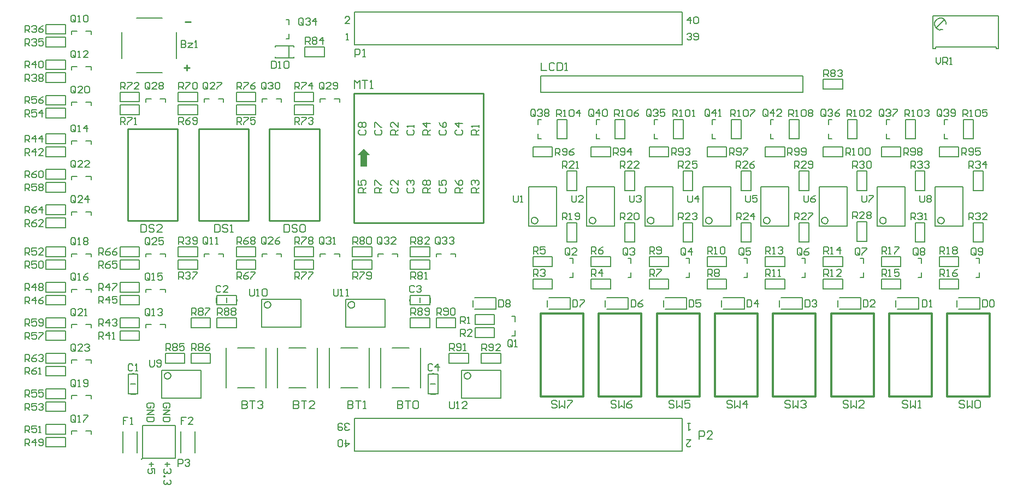
<source format=gto>
G04*
G04 #@! TF.GenerationSoftware,Altium Limited,Altium Designer,22.8.2 (66)*
G04*
G04 Layer_Color=65535*
%FSLAX25Y25*%
%MOIN*%
G70*
G04*
G04 #@! TF.SameCoordinates,212F37CB-D32F-4CA9-9F40-9CB884434D69*
G04*
G04*
G04 #@! TF.FilePolarity,Positive*
G04*
G01*
G75*
%ADD10C,0.00700*%
%ADD11C,0.00394*%
%ADD12C,0.00800*%
%ADD13C,0.00500*%
%ADD14C,0.00787*%
%ADD15C,0.01181*%
%ADD16C,0.01000*%
G36*
X215598Y197728D02*
X211598D01*
Y204728D01*
X209598D01*
X213598Y208728D01*
X217598Y204728D01*
X215598D01*
Y197728D01*
D02*
G37*
D10*
X569065Y284605D02*
X568967Y285574D01*
X568612Y286481D01*
X568025Y287259D01*
X567250Y287849D01*
X566344Y288209D01*
X565375Y288312D01*
X564415Y288149D01*
X563533Y287733D01*
X562797Y287095D01*
X562260Y286283D01*
X561961Y285355D01*
X561924Y284382D01*
X562151Y283434D01*
X562624Y282583D01*
X563310Y281890D01*
X564157Y281409D01*
X565102Y281173D01*
X566076Y281201D01*
X567006Y281491D01*
X560866Y289528D02*
X600966D01*
Y269528D02*
Y289528D01*
X599466Y269528D02*
X600966D01*
X599466D02*
Y270728D01*
X562566D02*
X599466D01*
X562566Y269528D02*
Y270728D01*
X560866Y269528D02*
X562566D01*
X560866D02*
Y289528D01*
X562866Y282328D02*
X567866Y287328D01*
X202795Y274929D02*
X204195D01*
X203495D01*
Y279128D01*
X202795Y278428D01*
X205109Y285006D02*
X202310D01*
X205109Y287805D01*
Y288505D01*
X204410Y289205D01*
X203010D01*
X202310Y288505D01*
X412895Y284929D02*
Y289128D01*
X410795Y287029D01*
X413594D01*
X414994Y288428D02*
X415694Y289128D01*
X417093D01*
X417793Y288428D01*
Y285629D01*
X417093Y284929D01*
X415694D01*
X414994Y285629D01*
Y288428D01*
X410795Y278428D02*
X411495Y279128D01*
X412895D01*
X413594Y278428D01*
Y277728D01*
X412895Y277028D01*
X412195D01*
X412895D01*
X413594Y276329D01*
Y275629D01*
X412895Y274929D01*
X411495D01*
X410795Y275629D01*
X414994D02*
X415694Y274929D01*
X417093D01*
X417793Y275629D01*
Y278428D01*
X417093Y279128D01*
X415694D01*
X414994Y278428D01*
Y277728D01*
X415694Y277028D01*
X417793D01*
X93744Y17410D02*
Y14611D01*
X95144Y16011D02*
X92345D01*
X95144Y13212D02*
X95844Y12512D01*
Y11112D01*
X95144Y10413D01*
X94444D01*
X93744Y11112D01*
Y11812D01*
Y11112D01*
X93045Y10413D01*
X92345D01*
X91645Y11112D01*
Y12512D01*
X92345Y13212D01*
X91645Y9013D02*
X92345D01*
Y8313D01*
X91645D01*
Y9013D01*
X95144Y6387D02*
X95844Y5687D01*
Y4287D01*
X95144Y3588D01*
X94444D01*
X93744Y4287D01*
Y4987D01*
Y4287D01*
X93045Y3588D01*
X92345D01*
X91645Y4287D01*
Y5687D01*
X92345Y6387D01*
X84908Y50438D02*
X85607Y51138D01*
Y52537D01*
X84908Y53237D01*
X82108D01*
X81409Y52537D01*
Y51138D01*
X82108Y50438D01*
X83508D01*
Y51837D01*
X81409Y49038D02*
X85607D01*
X81409Y46239D01*
X85607D01*
Y44840D02*
X81409D01*
Y42740D01*
X82108Y42041D01*
X84908D01*
X85607Y42740D01*
Y44840D01*
X94750Y50438D02*
X95450Y51138D01*
Y52537D01*
X94750Y53237D01*
X91951D01*
X91251Y52537D01*
Y51138D01*
X91951Y50438D01*
X93350D01*
Y51837D01*
X91251Y49038D02*
X95450D01*
X91251Y46239D01*
X95450D01*
Y44840D02*
X91251D01*
Y42740D01*
X91951Y42041D01*
X94750D01*
X95450Y42740D01*
Y44840D01*
X83902Y17410D02*
Y14611D01*
X85301Y16011D02*
X82502D01*
X86001Y10413D02*
Y13212D01*
X83902D01*
X84601Y11812D01*
Y11112D01*
X83902Y10413D01*
X82502D01*
X81802Y11112D01*
Y12512D01*
X82502Y13212D01*
X204795Y37438D02*
X204096Y36738D01*
X202696D01*
X201996Y37438D01*
Y38138D01*
X202696Y38838D01*
X203396D01*
X202696D01*
X201996Y39538D01*
Y40237D01*
X202696Y40937D01*
X204096D01*
X204795Y40237D01*
X200597D02*
X199897Y40937D01*
X198497D01*
X197798Y40237D01*
Y37438D01*
X198497Y36738D01*
X199897D01*
X200597Y37438D01*
Y38138D01*
X199897Y38838D01*
X197798D01*
X202696Y30937D02*
Y26738D01*
X204795Y28838D01*
X201996D01*
X200597Y27438D02*
X199897Y26738D01*
X198497D01*
X197798Y27438D01*
Y30237D01*
X198497Y30937D01*
X199897D01*
X200597Y30237D01*
Y27438D01*
X410481Y30860D02*
X413280D01*
X410481Y28061D01*
Y27361D01*
X411181Y26661D01*
X412580D01*
X413280Y27361D01*
X412795Y40937D02*
X411396D01*
X412095D01*
Y36738D01*
X412795Y37438D01*
X260362Y184770D02*
X259612Y184020D01*
Y182521D01*
X260362Y181771D01*
X263361D01*
X264111Y182521D01*
Y184020D01*
X263361Y184770D01*
X259612Y189269D02*
Y186269D01*
X261862D01*
X261112Y187769D01*
Y188519D01*
X261862Y189269D01*
X263361D01*
X264111Y188519D01*
Y187019D01*
X263361Y186269D01*
X260362Y220140D02*
X259612Y219390D01*
Y217891D01*
X260362Y217141D01*
X263361D01*
X264111Y217891D01*
Y219390D01*
X263361Y220140D01*
X259612Y224639D02*
X260362Y223139D01*
X261862Y221639D01*
X263361D01*
X264111Y222389D01*
Y223889D01*
X263361Y224639D01*
X262612D01*
X261862Y223889D01*
Y221639D01*
X283796Y181771D02*
X279297D01*
Y184020D01*
X280047Y184770D01*
X281547D01*
X282297Y184020D01*
Y181771D01*
Y183270D02*
X283796Y184770D01*
X280047Y186269D02*
X279297Y187019D01*
Y188519D01*
X280047Y189269D01*
X280797D01*
X281547Y188519D01*
Y187769D01*
Y188519D01*
X282297Y189269D01*
X283046D01*
X283796Y188519D01*
Y187019D01*
X283046Y186269D01*
X254269Y181771D02*
X249770D01*
Y184020D01*
X250520Y184770D01*
X252019D01*
X252769Y184020D01*
Y181771D01*
Y183270D02*
X254269Y184770D01*
X250520Y186269D02*
X249770Y187019D01*
Y188519D01*
X250520Y189269D01*
X251270D01*
X252019Y188519D01*
X252769Y189269D01*
X253519D01*
X254269Y188519D01*
Y187019D01*
X253519Y186269D01*
X252769D01*
X252019Y187019D01*
X251270Y186269D01*
X250520D01*
X252019Y187019D02*
Y188519D01*
X283796Y217141D02*
X279297D01*
Y219390D01*
X280047Y220140D01*
X281547D01*
X282297Y219390D01*
Y217141D01*
Y218640D02*
X283796Y220140D01*
Y221639D02*
Y223139D01*
Y222389D01*
X279297D01*
X280047Y221639D01*
X270205Y220140D02*
X269455Y219390D01*
Y217891D01*
X270205Y217141D01*
X273204D01*
X273954Y217891D01*
Y219390D01*
X273204Y220140D01*
X273954Y223889D02*
X269455D01*
X271704Y221639D01*
Y224639D01*
X220992Y220140D02*
X220242Y219390D01*
Y217891D01*
X220992Y217141D01*
X223991D01*
X224741Y217891D01*
Y219390D01*
X223991Y220140D01*
X220242Y221639D02*
Y224639D01*
X220992D01*
X223991Y221639D01*
X224741D01*
X230835Y184770D02*
X230085Y184020D01*
Y182521D01*
X230835Y181771D01*
X233834D01*
X234583Y182521D01*
Y184020D01*
X233834Y184770D01*
X234583Y189269D02*
Y186269D01*
X231585Y189269D01*
X230835D01*
X230085Y188519D01*
Y187019D01*
X230835Y186269D01*
X240677Y184770D02*
X239927Y184020D01*
Y182521D01*
X240677Y181771D01*
X243676D01*
X244426Y182521D01*
Y184020D01*
X243676Y184770D01*
X240677Y186269D02*
X239927Y187019D01*
Y188519D01*
X240677Y189269D01*
X241427D01*
X242177Y188519D01*
Y187769D01*
Y188519D01*
X242927Y189269D01*
X243676D01*
X244426Y188519D01*
Y187019D01*
X243676Y186269D01*
X240677Y220140D02*
X239927Y219390D01*
Y217891D01*
X240677Y217141D01*
X243676D01*
X244426Y217891D01*
Y219390D01*
X243676Y220140D01*
X244426Y221639D02*
Y223139D01*
Y222389D01*
X239927D01*
X240677Y221639D01*
X214898Y181771D02*
X210400D01*
Y184020D01*
X211150Y184770D01*
X212649D01*
X213399Y184020D01*
Y181771D01*
Y183270D02*
X214898Y184770D01*
X210400Y189269D02*
Y186269D01*
X212649D01*
X211899Y187769D01*
Y188519D01*
X212649Y189269D01*
X214149D01*
X214898Y188519D01*
Y187019D01*
X214149Y186269D01*
X211150Y220140D02*
X210400Y219390D01*
Y217891D01*
X211150Y217141D01*
X214149D01*
X214898Y217891D01*
Y219390D01*
X214149Y220140D01*
X211150Y221639D02*
X210400Y222389D01*
Y223889D01*
X211150Y224639D01*
X211899D01*
X212649Y223889D01*
X213399Y224639D01*
X214149D01*
X214898Y223889D01*
Y222389D01*
X214149Y221639D01*
X213399D01*
X212649Y222389D01*
X211899Y221639D01*
X211150D01*
X212649Y222389D02*
Y223889D01*
X273954Y181771D02*
X269455D01*
Y184020D01*
X270205Y184770D01*
X271704D01*
X272454Y184020D01*
Y181771D01*
Y183270D02*
X273954Y184770D01*
X269455Y189269D02*
X270205Y187769D01*
X271704Y186269D01*
X273204D01*
X273954Y187019D01*
Y188519D01*
X273204Y189269D01*
X272454D01*
X271704Y188519D01*
Y186269D01*
X224741Y181771D02*
X220242D01*
Y184020D01*
X220992Y184770D01*
X222492D01*
X223241Y184020D01*
Y181771D01*
Y183270D02*
X224741Y184770D01*
X220242Y186269D02*
Y189269D01*
X220992D01*
X223991Y186269D01*
X224741D01*
X254269Y217141D02*
X249770D01*
Y219390D01*
X250520Y220140D01*
X252019D01*
X252769Y219390D01*
Y217141D01*
Y218640D02*
X254269Y220140D01*
Y223889D02*
X249770D01*
X252019Y221639D01*
Y224639D01*
X234583Y217141D02*
X230085D01*
Y219390D01*
X230835Y220140D01*
X232334D01*
X233084Y219390D01*
Y217141D01*
Y218640D02*
X234583Y220140D01*
Y224639D02*
Y221639D01*
X231585Y224639D01*
X230835D01*
X230085Y223889D01*
Y222389D01*
X230835Y221639D01*
X562876Y264282D02*
Y261483D01*
X564276Y260083D01*
X565675Y261483D01*
Y264282D01*
X567075Y260083D02*
Y264282D01*
X569174D01*
X569874Y263582D01*
Y262183D01*
X569174Y261483D01*
X567075D01*
X568475D02*
X569874Y260083D01*
X571274D02*
X572673D01*
X571974D01*
Y264282D01*
X571274Y263582D01*
X266090Y54182D02*
Y50683D01*
X266789Y49983D01*
X268189D01*
X268889Y50683D01*
Y54182D01*
X270288Y49983D02*
X271688D01*
X270988D01*
Y54182D01*
X270288Y53482D01*
X276586Y49983D02*
X273787D01*
X276586Y52782D01*
Y53482D01*
X275886Y54182D01*
X274487D01*
X273787Y53482D01*
X195200Y123000D02*
Y119501D01*
X195900Y118802D01*
X197299D01*
X197999Y119501D01*
Y123000D01*
X199399Y118802D02*
X200798D01*
X200098D01*
Y123000D01*
X199399Y122301D01*
X202898Y118802D02*
X204297D01*
X203597D01*
Y123000D01*
X202898Y122301D01*
X144000Y123000D02*
Y119501D01*
X144700Y118802D01*
X146099D01*
X146799Y119501D01*
Y123000D01*
X148199Y118802D02*
X149598D01*
X148898D01*
Y123000D01*
X148199Y122301D01*
X151698D02*
X152397Y123000D01*
X153797D01*
X154497Y122301D01*
Y119501D01*
X153797Y118802D01*
X152397D01*
X151698Y119501D01*
Y122301D01*
X83000Y79700D02*
Y76201D01*
X83700Y75502D01*
X85099D01*
X85799Y76201D01*
Y79700D01*
X87199Y76201D02*
X87898Y75502D01*
X89298D01*
X89998Y76201D01*
Y79001D01*
X89298Y79700D01*
X87898D01*
X87199Y79001D01*
Y78301D01*
X87898Y77601D01*
X89998D01*
X553089Y180109D02*
Y176610D01*
X553789Y175910D01*
X555188D01*
X555888Y176610D01*
Y180109D01*
X557288Y179409D02*
X557987Y180109D01*
X559387D01*
X560087Y179409D01*
Y178709D01*
X559387Y178010D01*
X560087Y177310D01*
Y176610D01*
X559387Y175910D01*
X557987D01*
X557288Y176610D01*
Y177310D01*
X557987Y178010D01*
X557288Y178709D01*
Y179409D01*
X557987Y178010D02*
X559387D01*
X517689Y180109D02*
Y176610D01*
X518389Y175910D01*
X519788D01*
X520488Y176610D01*
Y180109D01*
X521888D02*
X524687D01*
Y179409D01*
X521888Y176610D01*
Y175910D01*
X482189Y180109D02*
Y176610D01*
X482889Y175910D01*
X484288D01*
X484988Y176610D01*
Y180109D01*
X489187D02*
X487787Y179409D01*
X486388Y178010D01*
Y176610D01*
X487087Y175910D01*
X488487D01*
X489187Y176610D01*
Y177310D01*
X488487Y178010D01*
X486388D01*
X446789Y180109D02*
Y176610D01*
X447489Y175910D01*
X448888D01*
X449588Y176610D01*
Y180109D01*
X453787D02*
X450988D01*
Y178010D01*
X452387Y178709D01*
X453087D01*
X453787Y178010D01*
Y176610D01*
X453087Y175910D01*
X451687D01*
X450988Y176610D01*
X411389Y180109D02*
Y176610D01*
X412089Y175910D01*
X413488D01*
X414188Y176610D01*
Y180109D01*
X417687Y175910D02*
Y180109D01*
X415588Y178010D01*
X418387D01*
X375889Y180109D02*
Y176610D01*
X376589Y175910D01*
X377988D01*
X378688Y176610D01*
Y180109D01*
X380088Y179409D02*
X380787Y180109D01*
X382187D01*
X382887Y179409D01*
Y178709D01*
X382187Y178010D01*
X381487D01*
X382187D01*
X382887Y177310D01*
Y176610D01*
X382187Y175910D01*
X380787D01*
X380088Y176610D01*
X340489Y180109D02*
Y176610D01*
X341189Y175910D01*
X342588D01*
X343288Y176610D01*
Y180109D01*
X347487Y175910D02*
X344688D01*
X347487Y178709D01*
Y179409D01*
X346787Y180109D01*
X345387D01*
X344688Y179409D01*
X305089Y180109D02*
Y176610D01*
X305789Y175910D01*
X307188D01*
X307888Y176610D01*
Y180109D01*
X309288Y175910D02*
X310687D01*
X309987D01*
Y180109D01*
X309288Y179409D01*
X473050Y228302D02*
Y232500D01*
X475150D01*
X475849Y231801D01*
Y230401D01*
X475150Y229701D01*
X473050D01*
X474450D02*
X475849Y228302D01*
X477249D02*
X478649D01*
X477949D01*
Y232500D01*
X477249Y231801D01*
X480748D02*
X481448Y232500D01*
X482847D01*
X483547Y231801D01*
Y229001D01*
X482847Y228302D01*
X481448D01*
X480748Y229001D01*
Y231801D01*
X484947D02*
X485646Y232500D01*
X487046D01*
X487746Y231801D01*
Y231101D01*
X487046Y230401D01*
X487746Y229701D01*
Y229001D01*
X487046Y228302D01*
X485646D01*
X484947Y229001D01*
Y229701D01*
X485646Y230401D01*
X484947Y231101D01*
Y231801D01*
X485646Y230401D02*
X487046D01*
X437650Y228302D02*
Y232500D01*
X439750D01*
X440449Y231801D01*
Y230401D01*
X439750Y229701D01*
X437650D01*
X439050D02*
X440449Y228302D01*
X441849D02*
X443249D01*
X442549D01*
Y232500D01*
X441849Y231801D01*
X445348D02*
X446048Y232500D01*
X447447D01*
X448147Y231801D01*
Y229001D01*
X447447Y228302D01*
X446048D01*
X445348Y229001D01*
Y231801D01*
X449547Y232500D02*
X452346D01*
Y231801D01*
X449547Y229001D01*
Y228302D01*
X366750D02*
Y232500D01*
X368850D01*
X369549Y231801D01*
Y230401D01*
X368850Y229701D01*
X366750D01*
X368150D02*
X369549Y228302D01*
X370949D02*
X372349D01*
X371649D01*
Y232500D01*
X370949Y231801D01*
X374448D02*
X375148Y232500D01*
X376547D01*
X377247Y231801D01*
Y229001D01*
X376547Y228302D01*
X375148D01*
X374448Y229001D01*
Y231801D01*
X381446Y232500D02*
X380046Y231801D01*
X378646Y230401D01*
Y229001D01*
X379346Y228302D01*
X380746D01*
X381446Y229001D01*
Y229701D01*
X380746Y230401D01*
X378646D01*
X579350Y228302D02*
Y232500D01*
X581450D01*
X582150Y231801D01*
Y230401D01*
X581450Y229701D01*
X579350D01*
X580750D02*
X582150Y228302D01*
X583549D02*
X584949D01*
X584249D01*
Y232500D01*
X583549Y231801D01*
X587048D02*
X587748Y232500D01*
X589147D01*
X589847Y231801D01*
Y229001D01*
X589147Y228302D01*
X587748D01*
X587048Y229001D01*
Y231801D01*
X594046Y232500D02*
X591247D01*
Y230401D01*
X592646Y231101D01*
X593346D01*
X594046Y230401D01*
Y229001D01*
X593346Y228302D01*
X591946D01*
X591247Y229001D01*
X331350Y228302D02*
Y232500D01*
X333450D01*
X334150Y231801D01*
Y230401D01*
X333450Y229701D01*
X331350D01*
X332750D02*
X334150Y228302D01*
X335549D02*
X336949D01*
X336249D01*
Y232500D01*
X335549Y231801D01*
X339048D02*
X339748Y232500D01*
X341147D01*
X341847Y231801D01*
Y229001D01*
X341147Y228302D01*
X339748D01*
X339048Y229001D01*
Y231801D01*
X345346Y228302D02*
Y232500D01*
X343247Y230401D01*
X346046D01*
X543950Y228302D02*
Y232500D01*
X546050D01*
X546749Y231801D01*
Y230401D01*
X546050Y229701D01*
X543950D01*
X545350D02*
X546749Y228302D01*
X548149D02*
X549549D01*
X548849D01*
Y232500D01*
X548149Y231801D01*
X551648D02*
X552348Y232500D01*
X553747D01*
X554447Y231801D01*
Y229001D01*
X553747Y228302D01*
X552348D01*
X551648Y229001D01*
Y231801D01*
X555847D02*
X556546Y232500D01*
X557946D01*
X558646Y231801D01*
Y231101D01*
X557946Y230401D01*
X557246D01*
X557946D01*
X558646Y229701D01*
Y229001D01*
X557946Y228302D01*
X556546D01*
X555847Y229001D01*
X508550Y228302D02*
Y232500D01*
X510650D01*
X511349Y231801D01*
Y230401D01*
X510650Y229701D01*
X508550D01*
X509950D02*
X511349Y228302D01*
X512749D02*
X514149D01*
X513449D01*
Y232500D01*
X512749Y231801D01*
X516248D02*
X516948Y232500D01*
X518347D01*
X519047Y231801D01*
Y229001D01*
X518347Y228302D01*
X516948D01*
X516248Y229001D01*
Y231801D01*
X523246Y228302D02*
X520447D01*
X523246Y231101D01*
Y231801D01*
X522546Y232500D01*
X521146D01*
X520447Y231801D01*
X402250Y228302D02*
Y232500D01*
X404350D01*
X405050Y231801D01*
Y230401D01*
X404350Y229701D01*
X402250D01*
X403650D02*
X405050Y228302D01*
X406449D02*
X407849D01*
X407149D01*
Y232500D01*
X406449Y231801D01*
X409948D02*
X410648Y232500D01*
X412047D01*
X412747Y231801D01*
Y229001D01*
X412047Y228302D01*
X410648D01*
X409948Y229001D01*
Y231801D01*
X414147Y228302D02*
X415546D01*
X414846D01*
Y232500D01*
X414147Y231801D01*
X507824Y204709D02*
Y208907D01*
X509923D01*
X510623Y208208D01*
Y206808D01*
X509923Y206108D01*
X507824D01*
X509223D02*
X510623Y204709D01*
X512022D02*
X513422D01*
X512722D01*
Y208907D01*
X512022Y208208D01*
X515521D02*
X516221Y208907D01*
X517621D01*
X518320Y208208D01*
Y205408D01*
X517621Y204709D01*
X516221D01*
X515521Y205408D01*
Y208208D01*
X519720D02*
X520420Y208907D01*
X521819D01*
X522519Y208208D01*
Y205408D01*
X521819Y204709D01*
X520420D01*
X519720Y205408D01*
Y208208D01*
X472324Y204709D02*
Y208907D01*
X474423D01*
X475123Y208208D01*
Y206808D01*
X474423Y206108D01*
X472324D01*
X473723D02*
X475123Y204709D01*
X476522Y205408D02*
X477222Y204709D01*
X478622D01*
X479321Y205408D01*
Y208208D01*
X478622Y208907D01*
X477222D01*
X476522Y208208D01*
Y207508D01*
X477222Y206808D01*
X479321D01*
X480721Y205408D02*
X481421Y204709D01*
X482820D01*
X483520Y205408D01*
Y208208D01*
X482820Y208907D01*
X481421D01*
X480721Y208208D01*
Y207508D01*
X481421Y206808D01*
X483520D01*
X543224Y204709D02*
Y208907D01*
X545323D01*
X546023Y208208D01*
Y206808D01*
X545323Y206108D01*
X543224D01*
X544623D02*
X546023Y204709D01*
X547422Y205408D02*
X548122Y204709D01*
X549522D01*
X550221Y205408D01*
Y208208D01*
X549522Y208907D01*
X548122D01*
X547422Y208208D01*
Y207508D01*
X548122Y206808D01*
X550221D01*
X551621Y208208D02*
X552321Y208907D01*
X553720D01*
X554420Y208208D01*
Y207508D01*
X553720Y206808D01*
X554420Y206108D01*
Y205408D01*
X553720Y204709D01*
X552321D01*
X551621Y205408D01*
Y206108D01*
X552321Y206808D01*
X551621Y207508D01*
Y208208D01*
X552321Y206808D02*
X553720D01*
X436924Y204709D02*
Y208907D01*
X439023D01*
X439723Y208208D01*
Y206808D01*
X439023Y206108D01*
X436924D01*
X438323D02*
X439723Y204709D01*
X441122Y205408D02*
X441822Y204709D01*
X443222D01*
X443921Y205408D01*
Y208208D01*
X443222Y208907D01*
X441822D01*
X441122Y208208D01*
Y207508D01*
X441822Y206808D01*
X443921D01*
X445321Y208907D02*
X448120D01*
Y208208D01*
X445321Y205408D01*
Y204709D01*
X330622Y204594D02*
Y208792D01*
X332722D01*
X333421Y208092D01*
Y206693D01*
X332722Y205993D01*
X330622D01*
X332022D02*
X333421Y204594D01*
X334821Y205293D02*
X335521Y204594D01*
X336920D01*
X337620Y205293D01*
Y208092D01*
X336920Y208792D01*
X335521D01*
X334821Y208092D01*
Y207393D01*
X335521Y206693D01*
X337620D01*
X341819Y208792D02*
X340419Y208092D01*
X339020Y206693D01*
Y205293D01*
X339719Y204594D01*
X341119D01*
X341819Y205293D01*
Y205993D01*
X341119Y206693D01*
X339020D01*
X578624Y204709D02*
Y208907D01*
X580723D01*
X581423Y208208D01*
Y206808D01*
X580723Y206108D01*
X578624D01*
X580023D02*
X581423Y204709D01*
X582822Y205408D02*
X583522Y204709D01*
X584922D01*
X585621Y205408D01*
Y208208D01*
X584922Y208907D01*
X583522D01*
X582822Y208208D01*
Y207508D01*
X583522Y206808D01*
X585621D01*
X589820Y208907D02*
X587021D01*
Y206808D01*
X588420Y207508D01*
X589120D01*
X589820Y206808D01*
Y205408D01*
X589120Y204709D01*
X587721D01*
X587021Y205408D01*
X366055Y204709D02*
Y208907D01*
X368155D01*
X368854Y208208D01*
Y206808D01*
X368155Y206108D01*
X366055D01*
X367455D02*
X368854Y204709D01*
X370254Y205408D02*
X370954Y204709D01*
X372353D01*
X373053Y205408D01*
Y208208D01*
X372353Y208907D01*
X370954D01*
X370254Y208208D01*
Y207508D01*
X370954Y206808D01*
X373053D01*
X376552Y204709D02*
Y208907D01*
X374453Y206808D01*
X377252D01*
X401524Y204709D02*
Y208907D01*
X403623D01*
X404323Y208208D01*
Y206808D01*
X403623Y206108D01*
X401524D01*
X402923D02*
X404323Y204709D01*
X405722Y205408D02*
X406422Y204709D01*
X407822D01*
X408521Y205408D01*
Y208208D01*
X407822Y208907D01*
X406422D01*
X405722Y208208D01*
Y207508D01*
X406422Y206808D01*
X408521D01*
X409921Y208208D02*
X410621Y208907D01*
X412020D01*
X412720Y208208D01*
Y207508D01*
X412020Y206808D01*
X411320D01*
X412020D01*
X412720Y206108D01*
Y205408D01*
X412020Y204709D01*
X410621D01*
X409921Y205408D01*
X285740Y85302D02*
Y89501D01*
X287840D01*
X288540Y88801D01*
Y87402D01*
X287840Y86702D01*
X285740D01*
X287140D02*
X288540Y85302D01*
X289939Y86002D02*
X290639Y85302D01*
X292038D01*
X292738Y86002D01*
Y88801D01*
X292038Y89501D01*
X290639D01*
X289939Y88801D01*
Y88101D01*
X290639Y87402D01*
X292738D01*
X296937Y85302D02*
X294138D01*
X296937Y88101D01*
Y88801D01*
X296237Y89501D01*
X294837D01*
X294138Y88801D01*
X266038Y85402D02*
Y89600D01*
X268137D01*
X268837Y88901D01*
Y87501D01*
X268137Y86801D01*
X266038D01*
X267437D02*
X268837Y85402D01*
X270236Y86101D02*
X270936Y85402D01*
X272336D01*
X273036Y86101D01*
Y88901D01*
X272336Y89600D01*
X270936D01*
X270236Y88901D01*
Y88201D01*
X270936Y87501D01*
X273036D01*
X274435Y85402D02*
X275835D01*
X275135D01*
Y89600D01*
X274435Y88901D01*
X258138Y107102D02*
Y111300D01*
X260237D01*
X260937Y110600D01*
Y109201D01*
X260237Y108501D01*
X258138D01*
X259537D02*
X260937Y107102D01*
X262336Y107801D02*
X263036Y107102D01*
X264436D01*
X265136Y107801D01*
Y110600D01*
X264436Y111300D01*
X263036D01*
X262336Y110600D01*
Y109901D01*
X263036Y109201D01*
X265136D01*
X266535Y110600D02*
X267235Y111300D01*
X268634D01*
X269334Y110600D01*
Y107801D01*
X268634Y107102D01*
X267235D01*
X266535Y107801D01*
Y110600D01*
X242438Y107102D02*
Y111300D01*
X244537D01*
X245237Y110600D01*
Y109201D01*
X244537Y108501D01*
X242438D01*
X243837D02*
X245237Y107102D01*
X246637Y110600D02*
X247336Y111300D01*
X248736D01*
X249436Y110600D01*
Y109901D01*
X248736Y109201D01*
X249436Y108501D01*
Y107801D01*
X248736Y107102D01*
X247336D01*
X246637Y107801D01*
Y108501D01*
X247336Y109201D01*
X246637Y109901D01*
Y110600D01*
X247336Y109201D02*
X248736D01*
X250835Y107801D02*
X251535Y107102D01*
X252934D01*
X253634Y107801D01*
Y110600D01*
X252934Y111300D01*
X251535D01*
X250835Y110600D01*
Y109901D01*
X251535Y109201D01*
X253634D01*
X124338Y107102D02*
Y111300D01*
X126437D01*
X127137Y110600D01*
Y109201D01*
X126437Y108501D01*
X124338D01*
X125737D02*
X127137Y107102D01*
X128536Y110600D02*
X129236Y111300D01*
X130636D01*
X131335Y110600D01*
Y109901D01*
X130636Y109201D01*
X131335Y108501D01*
Y107801D01*
X130636Y107102D01*
X129236D01*
X128536Y107801D01*
Y108501D01*
X129236Y109201D01*
X128536Y109901D01*
Y110600D01*
X129236Y109201D02*
X130636D01*
X132735Y110600D02*
X133435Y111300D01*
X134834D01*
X135534Y110600D01*
Y109901D01*
X134834Y109201D01*
X135534Y108501D01*
Y107801D01*
X134834Y107102D01*
X133435D01*
X132735Y107801D01*
Y108501D01*
X133435Y109201D01*
X132735Y109901D01*
Y110600D01*
X133435Y109201D02*
X134834D01*
X108538Y107102D02*
Y111300D01*
X110637D01*
X111337Y110600D01*
Y109201D01*
X110637Y108501D01*
X108538D01*
X109937D02*
X111337Y107102D01*
X112736Y110600D02*
X113436Y111300D01*
X114836D01*
X115535Y110600D01*
Y109901D01*
X114836Y109201D01*
X115535Y108501D01*
Y107801D01*
X114836Y107102D01*
X113436D01*
X112736Y107801D01*
Y108501D01*
X113436Y109201D01*
X112736Y109901D01*
Y110600D01*
X113436Y109201D02*
X114836D01*
X116935Y111300D02*
X119734D01*
Y110600D01*
X116935Y107801D01*
Y107102D01*
X108538Y85402D02*
Y89600D01*
X110637D01*
X111337Y88901D01*
Y87501D01*
X110637Y86801D01*
X108538D01*
X109937D02*
X111337Y85402D01*
X112736Y88901D02*
X113436Y89600D01*
X114836D01*
X115535Y88901D01*
Y88201D01*
X114836Y87501D01*
X115535Y86801D01*
Y86101D01*
X114836Y85402D01*
X113436D01*
X112736Y86101D01*
Y86801D01*
X113436Y87501D01*
X112736Y88201D01*
Y88901D01*
X113436Y87501D02*
X114836D01*
X119734Y89600D02*
X118335Y88901D01*
X116935Y87501D01*
Y86101D01*
X117635Y85402D01*
X119034D01*
X119734Y86101D01*
Y86801D01*
X119034Y87501D01*
X116935D01*
X92827Y85401D02*
Y89599D01*
X94926D01*
X95626Y88899D01*
Y87500D01*
X94926Y86800D01*
X92827D01*
X94227D02*
X95626Y85401D01*
X97026Y88899D02*
X97725Y89599D01*
X99125D01*
X99825Y88899D01*
Y88200D01*
X99125Y87500D01*
X99825Y86800D01*
Y86101D01*
X99125Y85401D01*
X97725D01*
X97026Y86101D01*
Y86800D01*
X97725Y87500D01*
X97026Y88200D01*
Y88899D01*
X97725Y87500D02*
X99125D01*
X104023Y89599D02*
X101224D01*
Y87500D01*
X102624Y88200D01*
X103324D01*
X104023Y87500D01*
Y86101D01*
X103324Y85401D01*
X101924D01*
X101224Y86101D01*
X178106Y272476D02*
Y276674D01*
X180206D01*
X180905Y275974D01*
Y274575D01*
X180206Y273875D01*
X178106D01*
X179506D02*
X180905Y272476D01*
X182305Y275974D02*
X183005Y276674D01*
X184404D01*
X185104Y275974D01*
Y275275D01*
X184404Y274575D01*
X185104Y273875D01*
Y273175D01*
X184404Y272476D01*
X183005D01*
X182305Y273175D01*
Y273875D01*
X183005Y274575D01*
X182305Y275275D01*
Y275974D01*
X183005Y274575D02*
X184404D01*
X188603Y272476D02*
Y276674D01*
X186504Y274575D01*
X189303D01*
X494402Y252625D02*
Y256824D01*
X496501D01*
X497201Y256124D01*
Y254724D01*
X496501Y254025D01*
X494402D01*
X495801D02*
X497201Y252625D01*
X498600Y256124D02*
X499300Y256824D01*
X500700D01*
X501400Y256124D01*
Y255424D01*
X500700Y254724D01*
X501400Y254025D01*
Y253325D01*
X500700Y252625D01*
X499300D01*
X498600Y253325D01*
Y254025D01*
X499300Y254724D01*
X498600Y255424D01*
Y256124D01*
X499300Y254724D02*
X500700D01*
X502799Y256124D02*
X503499Y256824D01*
X504898D01*
X505598Y256124D01*
Y255424D01*
X504898Y254724D01*
X504199D01*
X504898D01*
X505598Y254025D01*
Y253325D01*
X504898Y252625D01*
X503499D01*
X502799Y253325D01*
X242438Y150396D02*
Y154595D01*
X244537D01*
X245237Y153895D01*
Y152495D01*
X244537Y151796D01*
X242438D01*
X243837D02*
X245237Y150396D01*
X246637Y153895D02*
X247336Y154595D01*
X248736D01*
X249436Y153895D01*
Y153195D01*
X248736Y152495D01*
X249436Y151796D01*
Y151096D01*
X248736Y150396D01*
X247336D01*
X246637Y151096D01*
Y151796D01*
X247336Y152495D01*
X246637Y153195D01*
Y153895D01*
X247336Y152495D02*
X248736D01*
X253634Y150396D02*
X250835D01*
X253634Y153195D01*
Y153895D01*
X252934Y154595D01*
X251535D01*
X250835Y153895D01*
X242438Y129012D02*
Y133211D01*
X244537D01*
X245237Y132511D01*
Y131111D01*
X244537Y130411D01*
X242438D01*
X243837D02*
X245237Y129012D01*
X246636Y132511D02*
X247336Y133211D01*
X248736D01*
X249435Y132511D01*
Y131811D01*
X248736Y131111D01*
X249435Y130411D01*
Y129712D01*
X248736Y129012D01*
X247336D01*
X246636Y129712D01*
Y130411D01*
X247336Y131111D01*
X246636Y131811D01*
Y132511D01*
X247336Y131111D02*
X248736D01*
X250835Y129012D02*
X252235D01*
X251535D01*
Y133211D01*
X250835Y132511D01*
X207038Y150396D02*
Y154595D01*
X209137D01*
X209837Y153895D01*
Y152495D01*
X209137Y151796D01*
X207038D01*
X208437D02*
X209837Y150396D01*
X211237Y153895D02*
X211936Y154595D01*
X213336D01*
X214036Y153895D01*
Y153195D01*
X213336Y152495D01*
X214036Y151796D01*
Y151096D01*
X213336Y150396D01*
X211936D01*
X211237Y151096D01*
Y151796D01*
X211936Y152495D01*
X211237Y153195D01*
Y153895D01*
X211936Y152495D02*
X213336D01*
X215435Y153895D02*
X216135Y154595D01*
X217534D01*
X218234Y153895D01*
Y151096D01*
X217534Y150396D01*
X216135D01*
X215435Y151096D01*
Y153895D01*
X207038Y129012D02*
Y133211D01*
X209137D01*
X209837Y132511D01*
Y131111D01*
X209137Y130411D01*
X207038D01*
X208437D02*
X209837Y129012D01*
X211236Y133211D02*
X214036D01*
Y132511D01*
X211236Y129712D01*
Y129012D01*
X215435Y129712D02*
X216135Y129012D01*
X217534D01*
X218234Y129712D01*
Y132511D01*
X217534Y133211D01*
X216135D01*
X215435Y132511D01*
Y131811D01*
X216135Y131111D01*
X218234D01*
X171538Y150396D02*
Y154595D01*
X173637D01*
X174337Y153895D01*
Y152495D01*
X173637Y151796D01*
X171538D01*
X172937D02*
X174337Y150396D01*
X175736Y154595D02*
X178535D01*
Y153895D01*
X175736Y151096D01*
Y150396D01*
X179935Y153895D02*
X180635Y154595D01*
X182034D01*
X182734Y153895D01*
Y153195D01*
X182034Y152495D01*
X182734Y151796D01*
Y151096D01*
X182034Y150396D01*
X180635D01*
X179935Y151096D01*
Y151796D01*
X180635Y152495D01*
X179935Y153195D01*
Y153895D01*
X180635Y152495D02*
X182034D01*
X171538Y129012D02*
Y133211D01*
X173637D01*
X174337Y132511D01*
Y131111D01*
X173637Y130411D01*
X171538D01*
X172937D02*
X174337Y129012D01*
X175736Y133211D02*
X178535D01*
Y132511D01*
X175736Y129712D01*
Y129012D01*
X179935Y133211D02*
X182734D01*
Y132511D01*
X179935Y129712D01*
Y129012D01*
X136138Y244870D02*
Y249069D01*
X138237D01*
X138937Y248369D01*
Y246969D01*
X138237Y246270D01*
X136138D01*
X137537D02*
X138937Y244870D01*
X140336Y249069D02*
X143135D01*
Y248369D01*
X140336Y245570D01*
Y244870D01*
X147334Y249069D02*
X145935Y248369D01*
X144535Y246969D01*
Y245570D01*
X145235Y244870D01*
X146634D01*
X147334Y245570D01*
Y246270D01*
X146634Y246969D01*
X144535D01*
X136138Y223486D02*
Y227684D01*
X138237D01*
X138937Y226985D01*
Y225585D01*
X138237Y224885D01*
X136138D01*
X137537D02*
X138937Y223486D01*
X140336Y227684D02*
X143135D01*
Y226985D01*
X140336Y224186D01*
Y223486D01*
X147334Y227684D02*
X144535D01*
Y225585D01*
X145935Y226285D01*
X146634D01*
X147334Y225585D01*
Y224186D01*
X146634Y223486D01*
X145235D01*
X144535Y224186D01*
X171538Y244870D02*
Y249069D01*
X173637D01*
X174337Y248369D01*
Y246969D01*
X173637Y246270D01*
X171538D01*
X172937D02*
X174337Y244870D01*
X175736Y249069D02*
X178535D01*
Y248369D01*
X175736Y245570D01*
Y244870D01*
X182034D02*
Y249069D01*
X179935Y246969D01*
X182734D01*
X171538Y223486D02*
Y227684D01*
X173637D01*
X174337Y226985D01*
Y225585D01*
X173637Y224885D01*
X171538D01*
X172937D02*
X174337Y223486D01*
X175736Y227684D02*
X178535D01*
Y226985D01*
X175736Y224186D01*
Y223486D01*
X179935Y226985D02*
X180635Y227684D01*
X182034D01*
X182734Y226985D01*
Y226285D01*
X182034Y225585D01*
X181335D01*
X182034D01*
X182734Y224885D01*
Y224186D01*
X182034Y223486D01*
X180635D01*
X179935Y224186D01*
X65238Y244870D02*
Y249069D01*
X67337D01*
X68037Y248369D01*
Y246969D01*
X67337Y246270D01*
X65238D01*
X66637D02*
X68037Y244870D01*
X69437Y249069D02*
X72236D01*
Y248369D01*
X69437Y245570D01*
Y244870D01*
X76434D02*
X73635D01*
X76434Y247669D01*
Y248369D01*
X75734Y249069D01*
X74335D01*
X73635Y248369D01*
X65238Y223486D02*
Y227684D01*
X67337D01*
X68037Y226985D01*
Y225585D01*
X67337Y224885D01*
X65238D01*
X66637D02*
X68037Y223486D01*
X69436Y227684D02*
X72236D01*
Y226985D01*
X69436Y224186D01*
Y223486D01*
X73635D02*
X75035D01*
X74335D01*
Y227684D01*
X73635Y226985D01*
X100738Y244870D02*
Y249069D01*
X102837D01*
X103537Y248369D01*
Y246969D01*
X102837Y246270D01*
X100738D01*
X102137D02*
X103537Y244870D01*
X104936Y249069D02*
X107736D01*
Y248369D01*
X104936Y245570D01*
Y244870D01*
X109135Y248369D02*
X109835Y249069D01*
X111234D01*
X111934Y248369D01*
Y245570D01*
X111234Y244870D01*
X109835D01*
X109135Y245570D01*
Y248369D01*
X100738Y223486D02*
Y227684D01*
X102837D01*
X103537Y226985D01*
Y225585D01*
X102837Y224885D01*
X100738D01*
X102137D02*
X103537Y223486D01*
X107736Y227684D02*
X106336Y226985D01*
X104936Y225585D01*
Y224186D01*
X105636Y223486D01*
X107036D01*
X107736Y224186D01*
Y224885D01*
X107036Y225585D01*
X104936D01*
X109135Y224186D02*
X109835Y223486D01*
X111234D01*
X111934Y224186D01*
Y226985D01*
X111234Y227684D01*
X109835D01*
X109135Y226985D01*
Y226285D01*
X109835Y225585D01*
X111934D01*
X136138Y150396D02*
Y154595D01*
X138237D01*
X138937Y153895D01*
Y152495D01*
X138237Y151796D01*
X136138D01*
X137537D02*
X138937Y150396D01*
X143135Y154595D02*
X141736Y153895D01*
X140336Y152495D01*
Y151096D01*
X141036Y150396D01*
X142436D01*
X143135Y151096D01*
Y151796D01*
X142436Y152495D01*
X140336D01*
X144535Y153895D02*
X145235Y154595D01*
X146634D01*
X147334Y153895D01*
Y153195D01*
X146634Y152495D01*
X147334Y151796D01*
Y151096D01*
X146634Y150396D01*
X145235D01*
X144535Y151096D01*
Y151796D01*
X145235Y152495D01*
X144535Y153195D01*
Y153895D01*
X145235Y152495D02*
X146634D01*
X136138Y129012D02*
Y133211D01*
X138237D01*
X138937Y132511D01*
Y131111D01*
X138237Y130411D01*
X136138D01*
X137537D02*
X138937Y129012D01*
X143135Y133211D02*
X141736Y132511D01*
X140336Y131111D01*
Y129712D01*
X141036Y129012D01*
X142436D01*
X143135Y129712D01*
Y130411D01*
X142436Y131111D01*
X140336D01*
X144535Y133211D02*
X147334D01*
Y132511D01*
X144535Y129712D01*
Y129012D01*
X51852Y143703D02*
Y147902D01*
X53951D01*
X54651Y147202D01*
Y145802D01*
X53951Y145103D01*
X51852D01*
X53251D02*
X54651Y143703D01*
X58850Y147902D02*
X57450Y147202D01*
X56051Y145802D01*
Y144403D01*
X56750Y143703D01*
X58150D01*
X58850Y144403D01*
Y145103D01*
X58150Y145802D01*
X56051D01*
X63048Y147902D02*
X61649Y147202D01*
X60249Y145802D01*
Y144403D01*
X60949Y143703D01*
X62349D01*
X63048Y144403D01*
Y145103D01*
X62349Y145802D01*
X60249D01*
X51852Y135803D02*
Y140002D01*
X53951D01*
X54651Y139302D01*
Y137902D01*
X53951Y137203D01*
X51852D01*
X53251D02*
X54651Y135803D01*
X58850Y140002D02*
X57450Y139302D01*
X56051Y137902D01*
Y136503D01*
X56750Y135803D01*
X58150D01*
X58850Y136503D01*
Y137203D01*
X58150Y137902D01*
X56051D01*
X63048Y140002D02*
X60249D01*
Y137902D01*
X61649Y138602D01*
X62349D01*
X63048Y137902D01*
Y136503D01*
X62349Y135803D01*
X60949D01*
X60249Y136503D01*
X6849Y169240D02*
Y173439D01*
X8948D01*
X9648Y172739D01*
Y171339D01*
X8948Y170640D01*
X6849D01*
X8248D02*
X9648Y169240D01*
X13847Y173439D02*
X12447Y172739D01*
X11048Y171339D01*
Y169940D01*
X11747Y169240D01*
X13147D01*
X13847Y169940D01*
Y170640D01*
X13147Y171339D01*
X11048D01*
X17345Y169240D02*
Y173439D01*
X15246Y171339D01*
X18045D01*
X6849Y78703D02*
Y82902D01*
X8948D01*
X9648Y82202D01*
Y80803D01*
X8948Y80103D01*
X6849D01*
X8248D02*
X9648Y78703D01*
X13847Y82902D02*
X12447Y82202D01*
X11048Y80803D01*
Y79403D01*
X11747Y78703D01*
X13147D01*
X13847Y79403D01*
Y80103D01*
X13147Y80803D01*
X11048D01*
X15246Y82202D02*
X15946Y82902D01*
X17345D01*
X18045Y82202D01*
Y81502D01*
X17345Y80803D01*
X16646D01*
X17345D01*
X18045Y80103D01*
Y79403D01*
X17345Y78703D01*
X15946D01*
X15246Y79403D01*
X6849Y161133D02*
Y165331D01*
X8948D01*
X9648Y164632D01*
Y163232D01*
X8948Y162532D01*
X6849D01*
X8248D02*
X9648Y161133D01*
X13847Y165331D02*
X12447Y164632D01*
X11048Y163232D01*
Y161833D01*
X11747Y161133D01*
X13147D01*
X13847Y161833D01*
Y162532D01*
X13147Y163232D01*
X11048D01*
X18045Y161133D02*
X15246D01*
X18045Y163932D01*
Y164632D01*
X17345Y165331D01*
X15946D01*
X15246Y164632D01*
X6849Y70903D02*
Y75102D01*
X8948D01*
X9648Y74402D01*
Y73002D01*
X8948Y72303D01*
X6849D01*
X8248D02*
X9648Y70903D01*
X13847Y75102D02*
X12447Y74402D01*
X11048Y73002D01*
Y71603D01*
X11747Y70903D01*
X13147D01*
X13847Y71603D01*
Y72303D01*
X13147Y73002D01*
X11048D01*
X15246Y70903D02*
X16646D01*
X15946D01*
Y75102D01*
X15246Y74402D01*
X6849Y190940D02*
Y195139D01*
X8948D01*
X9648Y194439D01*
Y193040D01*
X8948Y192340D01*
X6849D01*
X8248D02*
X9648Y190940D01*
X13847Y195139D02*
X12447Y194439D01*
X11048Y193040D01*
Y191640D01*
X11747Y190940D01*
X13147D01*
X13847Y191640D01*
Y192340D01*
X13147Y193040D01*
X11048D01*
X15246Y194439D02*
X15946Y195139D01*
X17345D01*
X18045Y194439D01*
Y191640D01*
X17345Y190940D01*
X15946D01*
X15246Y191640D01*
Y194439D01*
X6849Y100403D02*
Y104602D01*
X8948D01*
X9648Y103902D01*
Y102503D01*
X8948Y101803D01*
X6849D01*
X8248D02*
X9648Y100403D01*
X13847Y104602D02*
X11048D01*
Y102503D01*
X12447Y103202D01*
X13147D01*
X13847Y102503D01*
Y101103D01*
X13147Y100403D01*
X11747D01*
X11048Y101103D01*
X15246D02*
X15946Y100403D01*
X17345D01*
X18045Y101103D01*
Y103902D01*
X17345Y104602D01*
X15946D01*
X15246Y103902D01*
Y103202D01*
X15946Y102503D01*
X18045D01*
X6849Y182940D02*
Y187139D01*
X8948D01*
X9648Y186439D01*
Y185039D01*
X8948Y184340D01*
X6849D01*
X8248D02*
X9648Y182940D01*
X13847Y187139D02*
X11048D01*
Y185039D01*
X12447Y185739D01*
X13147D01*
X13847Y185039D01*
Y183640D01*
X13147Y182940D01*
X11747D01*
X11048Y183640D01*
X15246Y186439D02*
X15946Y187139D01*
X17345D01*
X18045Y186439D01*
Y185739D01*
X17345Y185039D01*
X18045Y184340D01*
Y183640D01*
X17345Y182940D01*
X15946D01*
X15246Y183640D01*
Y184340D01*
X15946Y185039D01*
X15246Y185739D01*
Y186439D01*
X15946Y185039D02*
X17345D01*
X6849Y92275D02*
Y96473D01*
X8948D01*
X9648Y95774D01*
Y94374D01*
X8948Y93674D01*
X6849D01*
X8248D02*
X9648Y92275D01*
X13847Y96473D02*
X11048D01*
Y94374D01*
X12447Y95074D01*
X13147D01*
X13847Y94374D01*
Y92974D01*
X13147Y92275D01*
X11747D01*
X11048Y92974D01*
X15246Y96473D02*
X18045D01*
Y95774D01*
X15246Y92974D01*
Y92275D01*
X6849Y236209D02*
Y240407D01*
X8948D01*
X9648Y239707D01*
Y238308D01*
X8948Y237608D01*
X6849D01*
X8248D02*
X9648Y236209D01*
X13847Y240407D02*
X11048D01*
Y238308D01*
X12447Y239008D01*
X13147D01*
X13847Y238308D01*
Y236908D01*
X13147Y236209D01*
X11747D01*
X11048Y236908D01*
X18045Y240407D02*
X16646Y239707D01*
X15246Y238308D01*
Y236908D01*
X15946Y236209D01*
X17345D01*
X18045Y236908D01*
Y237608D01*
X17345Y238308D01*
X15246D01*
X6849Y57103D02*
Y61302D01*
X8948D01*
X9648Y60602D01*
Y59202D01*
X8948Y58503D01*
X6849D01*
X8248D02*
X9648Y57103D01*
X13847Y61302D02*
X11048D01*
Y59202D01*
X12447Y59902D01*
X13147D01*
X13847Y59202D01*
Y57803D01*
X13147Y57103D01*
X11747D01*
X11048Y57803D01*
X18045Y61302D02*
X15246D01*
Y59202D01*
X16646Y59902D01*
X17345D01*
X18045Y59202D01*
Y57803D01*
X17345Y57103D01*
X15946D01*
X15246Y57803D01*
X6849Y228123D02*
Y232321D01*
X8948D01*
X9648Y231622D01*
Y230222D01*
X8948Y229522D01*
X6849D01*
X8248D02*
X9648Y228123D01*
X13847Y232321D02*
X11048D01*
Y230222D01*
X12447Y230922D01*
X13147D01*
X13847Y230222D01*
Y228822D01*
X13147Y228123D01*
X11747D01*
X11048Y228822D01*
X17345Y228123D02*
Y232321D01*
X15246Y230222D01*
X18045D01*
X6849Y48960D02*
Y53159D01*
X8948D01*
X9648Y52459D01*
Y51060D01*
X8948Y50360D01*
X6849D01*
X8248D02*
X9648Y48960D01*
X13847Y53159D02*
X11048D01*
Y51060D01*
X12447Y51759D01*
X13147D01*
X13847Y51060D01*
Y49660D01*
X13147Y48960D01*
X11747D01*
X11048Y49660D01*
X15246Y52459D02*
X15946Y53159D01*
X17345D01*
X18045Y52459D01*
Y51759D01*
X17345Y51060D01*
X16646D01*
X17345D01*
X18045Y50360D01*
Y49660D01*
X17345Y48960D01*
X15946D01*
X15246Y49660D01*
X6849Y143703D02*
Y147902D01*
X8948D01*
X9648Y147202D01*
Y145802D01*
X8948Y145103D01*
X6849D01*
X8248D02*
X9648Y143703D01*
X13847Y147902D02*
X11048D01*
Y145802D01*
X12447Y146502D01*
X13147D01*
X13847Y145802D01*
Y144403D01*
X13147Y143703D01*
X11747D01*
X11048Y144403D01*
X18045Y143703D02*
X15246D01*
X18045Y146502D01*
Y147202D01*
X17345Y147902D01*
X15946D01*
X15246Y147202D01*
X6913Y35302D02*
Y39501D01*
X9012D01*
X9712Y38801D01*
Y37402D01*
X9012Y36702D01*
X6913D01*
X8312D02*
X9712Y35302D01*
X13910Y39501D02*
X11111D01*
Y37402D01*
X12511Y38101D01*
X13211D01*
X13910Y37402D01*
Y36002D01*
X13211Y35302D01*
X11811D01*
X11111Y36002D01*
X15310Y35302D02*
X16710D01*
X16010D01*
Y39501D01*
X15310Y38801D01*
X6849Y135696D02*
Y139895D01*
X8948D01*
X9648Y139195D01*
Y137795D01*
X8948Y137095D01*
X6849D01*
X8248D02*
X9648Y135696D01*
X13847Y139895D02*
X11048D01*
Y137795D01*
X12447Y138495D01*
X13147D01*
X13847Y137795D01*
Y136396D01*
X13147Y135696D01*
X11747D01*
X11048Y136396D01*
X15246Y139195D02*
X15946Y139895D01*
X17345D01*
X18045Y139195D01*
Y136396D01*
X17345Y135696D01*
X15946D01*
X15246Y136396D01*
Y139195D01*
X6849Y27253D02*
Y31452D01*
X8948D01*
X9648Y30752D01*
Y29353D01*
X8948Y28653D01*
X6849D01*
X8248D02*
X9648Y27253D01*
X13147D02*
Y31452D01*
X11048Y29353D01*
X13847D01*
X15246Y27953D02*
X15946Y27253D01*
X17345D01*
X18045Y27953D01*
Y30752D01*
X17345Y31452D01*
X15946D01*
X15246Y30752D01*
Y30052D01*
X15946Y29353D01*
X18045D01*
X6849Y122003D02*
Y126202D01*
X8948D01*
X9648Y125502D01*
Y124102D01*
X8948Y123403D01*
X6849D01*
X8248D02*
X9648Y122003D01*
X13147D02*
Y126202D01*
X11048Y124102D01*
X13847D01*
X15246Y125502D02*
X15946Y126202D01*
X17345D01*
X18045Y125502D01*
Y124802D01*
X17345Y124102D01*
X18045Y123403D01*
Y122703D01*
X17345Y122003D01*
X15946D01*
X15246Y122703D01*
Y123403D01*
X15946Y124102D01*
X15246Y124802D01*
Y125502D01*
X15946Y124102D02*
X17345D01*
X51852Y122003D02*
Y126202D01*
X53951D01*
X54651Y125502D01*
Y124102D01*
X53951Y123403D01*
X51852D01*
X53251D02*
X54651Y122003D01*
X58150D02*
Y126202D01*
X56051Y124102D01*
X58850D01*
X60249Y126202D02*
X63048D01*
Y125502D01*
X60249Y122703D01*
Y122003D01*
X6849Y113882D02*
Y118080D01*
X8948D01*
X9648Y117381D01*
Y115981D01*
X8948Y115281D01*
X6849D01*
X8248D02*
X9648Y113882D01*
X13147D02*
Y118080D01*
X11048Y115981D01*
X13847D01*
X18045Y118080D02*
X16646Y117381D01*
X15246Y115981D01*
Y114582D01*
X15946Y113882D01*
X17345D01*
X18045Y114582D01*
Y115281D01*
X17345Y115981D01*
X15246D01*
X51852Y114203D02*
Y118402D01*
X53951D01*
X54651Y117702D01*
Y116303D01*
X53951Y115603D01*
X51852D01*
X53251D02*
X54651Y114203D01*
X58150D02*
Y118402D01*
X56051Y116303D01*
X58850D01*
X63048Y118402D02*
X60249D01*
Y116303D01*
X61649Y117002D01*
X62349D01*
X63048Y116303D01*
Y114903D01*
X62349Y114203D01*
X60949D01*
X60249Y114903D01*
X6849Y212640D02*
Y216839D01*
X8948D01*
X9648Y216139D01*
Y214739D01*
X8948Y214040D01*
X6849D01*
X8248D02*
X9648Y212640D01*
X13147D02*
Y216839D01*
X11048Y214739D01*
X13847D01*
X17345Y212640D02*
Y216839D01*
X15246Y214739D01*
X18045D01*
X51852Y100403D02*
Y104602D01*
X53951D01*
X54651Y103902D01*
Y102503D01*
X53951Y101803D01*
X51852D01*
X53251D02*
X54651Y100403D01*
X58150D02*
Y104602D01*
X56051Y102503D01*
X58850D01*
X60249Y103902D02*
X60949Y104602D01*
X62349D01*
X63048Y103902D01*
Y103202D01*
X62349Y102503D01*
X61649D01*
X62349D01*
X63048Y101803D01*
Y101103D01*
X62349Y100403D01*
X60949D01*
X60249Y101103D01*
X6849Y204447D02*
Y208646D01*
X8948D01*
X9648Y207946D01*
Y206546D01*
X8948Y205847D01*
X6849D01*
X8248D02*
X9648Y204447D01*
X13147D02*
Y208646D01*
X11048Y206546D01*
X13847D01*
X18045Y204447D02*
X15246D01*
X18045Y207246D01*
Y207946D01*
X17345Y208646D01*
X15946D01*
X15246Y207946D01*
X51852Y92503D02*
Y96702D01*
X53951D01*
X54651Y96002D01*
Y94603D01*
X53951Y93903D01*
X51852D01*
X53251D02*
X54651Y92503D01*
X58150D02*
Y96702D01*
X56051Y94603D01*
X58850D01*
X60249Y92503D02*
X61649D01*
X60949D01*
Y96702D01*
X60249Y96002D01*
X6849Y257909D02*
Y262107D01*
X8948D01*
X9648Y261407D01*
Y260008D01*
X8948Y259308D01*
X6849D01*
X8248D02*
X9648Y257909D01*
X13147D02*
Y262107D01*
X11048Y260008D01*
X13847D01*
X15246Y261407D02*
X15946Y262107D01*
X17345D01*
X18045Y261407D01*
Y258608D01*
X17345Y257909D01*
X15946D01*
X15246Y258608D01*
Y261407D01*
X100738Y150396D02*
Y154595D01*
X102837D01*
X103537Y153895D01*
Y152495D01*
X102837Y151796D01*
X100738D01*
X102137D02*
X103537Y150396D01*
X104936Y153895D02*
X105636Y154595D01*
X107036D01*
X107736Y153895D01*
Y153195D01*
X107036Y152495D01*
X106336D01*
X107036D01*
X107736Y151796D01*
Y151096D01*
X107036Y150396D01*
X105636D01*
X104936Y151096D01*
X109135D02*
X109835Y150396D01*
X111234D01*
X111934Y151096D01*
Y153895D01*
X111234Y154595D01*
X109835D01*
X109135Y153895D01*
Y153195D01*
X109835Y152495D01*
X111934D01*
X6849Y249730D02*
Y253928D01*
X8948D01*
X9648Y253229D01*
Y251829D01*
X8948Y251129D01*
X6849D01*
X8248D02*
X9648Y249730D01*
X11048Y253229D02*
X11747Y253928D01*
X13147D01*
X13847Y253229D01*
Y252529D01*
X13147Y251829D01*
X12447D01*
X13147D01*
X13847Y251129D01*
Y250430D01*
X13147Y249730D01*
X11747D01*
X11048Y250430D01*
X15246Y253229D02*
X15946Y253928D01*
X17345D01*
X18045Y253229D01*
Y252529D01*
X17345Y251829D01*
X18045Y251129D01*
Y250430D01*
X17345Y249730D01*
X15946D01*
X15246Y250430D01*
Y251129D01*
X15946Y251829D01*
X15246Y252529D01*
Y253229D01*
X15946Y251829D02*
X17345D01*
X100738Y129012D02*
Y133211D01*
X102837D01*
X103537Y132511D01*
Y131111D01*
X102837Y130411D01*
X100738D01*
X102137D02*
X103537Y129012D01*
X104936Y132511D02*
X105636Y133211D01*
X107036D01*
X107736Y132511D01*
Y131811D01*
X107036Y131111D01*
X106336D01*
X107036D01*
X107736Y130411D01*
Y129712D01*
X107036Y129012D01*
X105636D01*
X104936Y129712D01*
X109135Y133211D02*
X111934D01*
Y132511D01*
X109135Y129712D01*
Y129012D01*
X6849Y279509D02*
Y283707D01*
X8948D01*
X9648Y283008D01*
Y281608D01*
X8948Y280908D01*
X6849D01*
X8248D02*
X9648Y279509D01*
X11048Y283008D02*
X11747Y283707D01*
X13147D01*
X13847Y283008D01*
Y282308D01*
X13147Y281608D01*
X12447D01*
X13147D01*
X13847Y280908D01*
Y280208D01*
X13147Y279509D01*
X11747D01*
X11048Y280208D01*
X18045Y283707D02*
X16646Y283008D01*
X15246Y281608D01*
Y280208D01*
X15946Y279509D01*
X17345D01*
X18045Y280208D01*
Y280908D01*
X17345Y281608D01*
X15246D01*
X6849Y271437D02*
Y275635D01*
X8948D01*
X9648Y274936D01*
Y273536D01*
X8948Y272836D01*
X6849D01*
X8248D02*
X9648Y271437D01*
X11048Y274936D02*
X11747Y275635D01*
X13147D01*
X13847Y274936D01*
Y274236D01*
X13147Y273536D01*
X12447D01*
X13147D01*
X13847Y272836D01*
Y272137D01*
X13147Y271437D01*
X11747D01*
X11048Y272137D01*
X18045Y275635D02*
X15246D01*
Y273536D01*
X16646Y274236D01*
X17345D01*
X18045Y273536D01*
Y272137D01*
X17345Y271437D01*
X15946D01*
X15246Y272137D01*
X582888Y196770D02*
Y200969D01*
X584987D01*
X585687Y200269D01*
Y198869D01*
X584987Y198170D01*
X582888D01*
X584288D02*
X585687Y196770D01*
X587087Y200269D02*
X587787Y200969D01*
X589186D01*
X589886Y200269D01*
Y199569D01*
X589186Y198869D01*
X588486D01*
X589186D01*
X589886Y198170D01*
Y197470D01*
X589186Y196770D01*
X587787D01*
X587087Y197470D01*
X593385Y196770D02*
Y200969D01*
X591286Y198869D01*
X594085D01*
X547488Y196770D02*
Y200969D01*
X549587D01*
X550287Y200269D01*
Y198869D01*
X549587Y198170D01*
X547488D01*
X548888D02*
X550287Y196770D01*
X551687Y200269D02*
X552387Y200969D01*
X553786D01*
X554486Y200269D01*
Y199569D01*
X553786Y198869D01*
X553086D01*
X553786D01*
X554486Y198170D01*
Y197470D01*
X553786Y196770D01*
X552387D01*
X551687Y197470D01*
X555886Y200269D02*
X556585Y200969D01*
X557985D01*
X558685Y200269D01*
Y199569D01*
X557985Y198869D01*
X557285D01*
X557985D01*
X558685Y198170D01*
Y197470D01*
X557985Y196770D01*
X556585D01*
X555886Y197470D01*
X582888Y165270D02*
Y169469D01*
X584987D01*
X585687Y168769D01*
Y167369D01*
X584987Y166670D01*
X582888D01*
X584288D02*
X585687Y165270D01*
X587087Y168769D02*
X587787Y169469D01*
X589186D01*
X589886Y168769D01*
Y168069D01*
X589186Y167369D01*
X588486D01*
X589186D01*
X589886Y166670D01*
Y165970D01*
X589186Y165270D01*
X587787D01*
X587087Y165970D01*
X594085Y165270D02*
X591286D01*
X594085Y168069D01*
Y168769D01*
X593385Y169469D01*
X591985D01*
X591286Y168769D01*
X547488Y165302D02*
Y169500D01*
X549587D01*
X550287Y168800D01*
Y167401D01*
X549587Y166701D01*
X547488D01*
X548888D02*
X550287Y165302D01*
X551687Y168800D02*
X552387Y169500D01*
X553786D01*
X554486Y168800D01*
Y168101D01*
X553786Y167401D01*
X553086D01*
X553786D01*
X554486Y166701D01*
Y166001D01*
X553786Y165302D01*
X552387D01*
X551687Y166001D01*
X555886Y165302D02*
X557285D01*
X556585D01*
Y169500D01*
X555886Y168800D01*
X512088Y196770D02*
Y200969D01*
X514187D01*
X514887Y200269D01*
Y198869D01*
X514187Y198170D01*
X512088D01*
X513488D02*
X514887Y196770D01*
X516287Y200269D02*
X516987Y200969D01*
X518386D01*
X519086Y200269D01*
Y199569D01*
X518386Y198869D01*
X517686D01*
X518386D01*
X519086Y198170D01*
Y197470D01*
X518386Y196770D01*
X516987D01*
X516287Y197470D01*
X520485Y200269D02*
X521185Y200969D01*
X522585D01*
X523285Y200269D01*
Y197470D01*
X522585Y196770D01*
X521185D01*
X520485Y197470D01*
Y200269D01*
X476588Y196770D02*
Y200969D01*
X478687D01*
X479387Y200269D01*
Y198869D01*
X478687Y198170D01*
X476588D01*
X477988D02*
X479387Y196770D01*
X483586D02*
X480787D01*
X483586Y199569D01*
Y200269D01*
X482886Y200969D01*
X481487D01*
X480787Y200269D01*
X484985Y197470D02*
X485685Y196770D01*
X487085D01*
X487785Y197470D01*
Y200269D01*
X487085Y200969D01*
X485685D01*
X484985Y200269D01*
Y199569D01*
X485685Y198869D01*
X487785D01*
X512088Y165870D02*
Y170069D01*
X514187D01*
X514887Y169369D01*
Y167969D01*
X514187Y167270D01*
X512088D01*
X513488D02*
X514887Y165870D01*
X519086D02*
X516287D01*
X519086Y168669D01*
Y169369D01*
X518386Y170069D01*
X516987D01*
X516287Y169369D01*
X520485D02*
X521185Y170069D01*
X522585D01*
X523285Y169369D01*
Y168669D01*
X522585Y167969D01*
X523285Y167270D01*
Y166570D01*
X522585Y165870D01*
X521185D01*
X520485Y166570D01*
Y167270D01*
X521185Y167969D01*
X520485Y168669D01*
Y169369D01*
X521185Y167969D02*
X522585D01*
X476588Y165270D02*
Y169469D01*
X478687D01*
X479387Y168769D01*
Y167369D01*
X478687Y166670D01*
X476588D01*
X477988D02*
X479387Y165270D01*
X483586D02*
X480787D01*
X483586Y168069D01*
Y168769D01*
X482886Y169469D01*
X481487D01*
X480787Y168769D01*
X484985Y169469D02*
X487785D01*
Y168769D01*
X484985Y165970D01*
Y165270D01*
X440859Y196770D02*
Y200969D01*
X442958D01*
X443658Y200269D01*
Y198869D01*
X442958Y198170D01*
X440859D01*
X442258D02*
X443658Y196770D01*
X447856D02*
X445057D01*
X447856Y199569D01*
Y200269D01*
X447156Y200969D01*
X445757D01*
X445057Y200269D01*
X452055Y200969D02*
X450655Y200269D01*
X449256Y198869D01*
Y197470D01*
X449956Y196770D01*
X451355D01*
X452055Y197470D01*
Y198170D01*
X451355Y198869D01*
X449256D01*
X405788Y196770D02*
Y200969D01*
X407888D01*
X408587Y200269D01*
Y198869D01*
X407888Y198170D01*
X405788D01*
X407188D02*
X408587Y196770D01*
X412786D02*
X409987D01*
X412786Y199569D01*
Y200269D01*
X412086Y200969D01*
X410687D01*
X409987Y200269D01*
X416985Y200969D02*
X414185D01*
Y198869D01*
X415585Y199569D01*
X416285D01*
X416985Y198869D01*
Y197470D01*
X416285Y196770D01*
X414885D01*
X414185Y197470D01*
X441188Y165270D02*
Y169469D01*
X443288D01*
X443987Y168769D01*
Y167369D01*
X443288Y166670D01*
X441188D01*
X442588D02*
X443987Y165270D01*
X448186D02*
X445387D01*
X448186Y168069D01*
Y168769D01*
X447486Y169469D01*
X446087D01*
X445387Y168769D01*
X451685Y165270D02*
Y169469D01*
X449585Y167369D01*
X452385D01*
X405788Y165270D02*
Y169469D01*
X407888D01*
X408587Y168769D01*
Y167369D01*
X407888Y166670D01*
X405788D01*
X407188D02*
X408587Y165270D01*
X412786D02*
X409987D01*
X412786Y168069D01*
Y168769D01*
X412086Y169469D01*
X410687D01*
X409987Y168769D01*
X414185D02*
X414885Y169469D01*
X416285D01*
X416985Y168769D01*
Y168069D01*
X416285Y167369D01*
X415585D01*
X416285D01*
X416985Y166670D01*
Y165970D01*
X416285Y165270D01*
X414885D01*
X414185Y165970D01*
X370288Y196770D02*
Y200969D01*
X372388D01*
X373087Y200269D01*
Y198869D01*
X372388Y198170D01*
X370288D01*
X371688D02*
X373087Y196770D01*
X377286D02*
X374487D01*
X377286Y199569D01*
Y200269D01*
X376586Y200969D01*
X375187D01*
X374487Y200269D01*
X381485Y196770D02*
X378685D01*
X381485Y199569D01*
Y200269D01*
X380785Y200969D01*
X379385D01*
X378685Y200269D01*
X334888Y196770D02*
Y200969D01*
X336987D01*
X337687Y200269D01*
Y198869D01*
X336987Y198170D01*
X334888D01*
X336288D02*
X337687Y196770D01*
X341886D02*
X339087D01*
X341886Y199569D01*
Y200269D01*
X341186Y200969D01*
X339787D01*
X339087Y200269D01*
X343285Y196770D02*
X344685D01*
X343985D01*
Y200969D01*
X343285Y200269D01*
X370288Y165270D02*
Y169469D01*
X372388D01*
X373087Y168769D01*
Y167369D01*
X372388Y166670D01*
X370288D01*
X371688D02*
X373087Y165270D01*
X377286D02*
X374487D01*
X377286Y168069D01*
Y168769D01*
X376586Y169469D01*
X375187D01*
X374487Y168769D01*
X378685D02*
X379385Y169469D01*
X380785D01*
X381485Y168769D01*
Y165970D01*
X380785Y165270D01*
X379385D01*
X378685Y165970D01*
Y168769D01*
X334888Y165270D02*
Y169469D01*
X336987D01*
X337687Y168769D01*
Y167369D01*
X336987Y166670D01*
X334888D01*
X336288D02*
X337687Y165270D01*
X339087D02*
X340486D01*
X339787D01*
Y169469D01*
X339087Y168769D01*
X342586Y165970D02*
X343285Y165270D01*
X344685D01*
X345385Y165970D01*
Y168769D01*
X344685Y169469D01*
X343285D01*
X342586Y168769D01*
Y168069D01*
X343285Y167369D01*
X345385D01*
X565306Y144470D02*
Y148669D01*
X567406D01*
X568105Y147969D01*
Y146569D01*
X567406Y145870D01*
X565306D01*
X566706D02*
X568105Y144470D01*
X569505D02*
X570904D01*
X570205D01*
Y148669D01*
X569505Y147969D01*
X573004D02*
X573704Y148669D01*
X575103D01*
X575803Y147969D01*
Y147269D01*
X575103Y146569D01*
X575803Y145870D01*
Y145170D01*
X575103Y144470D01*
X573704D01*
X573004Y145170D01*
Y145870D01*
X573704Y146569D01*
X573004Y147269D01*
Y147969D01*
X573704Y146569D02*
X575103D01*
X529838Y144470D02*
Y148669D01*
X531937D01*
X532637Y147969D01*
Y146569D01*
X531937Y145870D01*
X529838D01*
X531237D02*
X532637Y144470D01*
X534036D02*
X535436D01*
X534736D01*
Y148669D01*
X534036Y147969D01*
X537535Y148669D02*
X540334D01*
Y147969D01*
X537535Y145170D01*
Y144470D01*
X565306Y130702D02*
Y134900D01*
X567406D01*
X568105Y134201D01*
Y132801D01*
X567406Y132101D01*
X565306D01*
X566706D02*
X568105Y130702D01*
X569505D02*
X570904D01*
X570205D01*
Y134900D01*
X569505Y134201D01*
X575803Y134900D02*
X574403Y134201D01*
X573004Y132801D01*
Y131401D01*
X573704Y130702D01*
X575103D01*
X575803Y131401D01*
Y132101D01*
X575103Y132801D01*
X573004D01*
X529838Y130702D02*
Y134900D01*
X531937D01*
X532637Y134201D01*
Y132801D01*
X531937Y132101D01*
X529838D01*
X531237D02*
X532637Y130702D01*
X534036D02*
X535436D01*
X534736D01*
Y134900D01*
X534036Y134201D01*
X540334Y134900D02*
X537535D01*
Y132801D01*
X538935Y133501D01*
X539635D01*
X540334Y132801D01*
Y131401D01*
X539635Y130702D01*
X538235D01*
X537535Y131401D01*
X494438Y144470D02*
Y148669D01*
X496537D01*
X497237Y147969D01*
Y146569D01*
X496537Y145870D01*
X494438D01*
X495837D02*
X497237Y144470D01*
X498636D02*
X500036D01*
X499336D01*
Y148669D01*
X498636Y147969D01*
X504235Y144470D02*
Y148669D01*
X502135Y146569D01*
X504934D01*
X458938Y144470D02*
Y148669D01*
X461037D01*
X461737Y147969D01*
Y146569D01*
X461037Y145870D01*
X458938D01*
X460337D02*
X461737Y144470D01*
X463136D02*
X464536D01*
X463836D01*
Y148669D01*
X463136Y147969D01*
X466635D02*
X467335Y148669D01*
X468735D01*
X469434Y147969D01*
Y147269D01*
X468735Y146569D01*
X468035D01*
X468735D01*
X469434Y145870D01*
Y145170D01*
X468735Y144470D01*
X467335D01*
X466635Y145170D01*
X494438Y130702D02*
Y134900D01*
X496537D01*
X497237Y134201D01*
Y132801D01*
X496537Y132101D01*
X494438D01*
X495837D02*
X497237Y130702D01*
X498636D02*
X500036D01*
X499336D01*
Y134900D01*
X498636Y134201D01*
X504934Y130702D02*
X502135D01*
X504934Y133501D01*
Y134201D01*
X504235Y134900D01*
X502835D01*
X502135Y134201D01*
X458938Y130702D02*
Y134900D01*
X461037D01*
X461737Y134201D01*
Y132801D01*
X461037Y132101D01*
X458938D01*
X460337D02*
X461737Y130702D01*
X463136D02*
X464536D01*
X463836D01*
Y134900D01*
X463136Y134201D01*
X466635Y130702D02*
X468035D01*
X467335D01*
Y134900D01*
X466635Y134201D01*
X423538Y144470D02*
Y148669D01*
X425637D01*
X426337Y147969D01*
Y146569D01*
X425637Y145870D01*
X423538D01*
X424937D02*
X426337Y144470D01*
X427736D02*
X429136D01*
X428436D01*
Y148669D01*
X427736Y147969D01*
X431235D02*
X431935Y148669D01*
X433335D01*
X434034Y147969D01*
Y145170D01*
X433335Y144470D01*
X431935D01*
X431235Y145170D01*
Y147969D01*
X388138Y144470D02*
Y148669D01*
X390237D01*
X390937Y147969D01*
Y146569D01*
X390237Y145870D01*
X388138D01*
X389537D02*
X390937Y144470D01*
X392337Y145170D02*
X393036Y144470D01*
X394436D01*
X395136Y145170D01*
Y147969D01*
X394436Y148669D01*
X393036D01*
X392337Y147969D01*
Y147269D01*
X393036Y146569D01*
X395136D01*
X423538Y130702D02*
Y134900D01*
X425637D01*
X426337Y134201D01*
Y132801D01*
X425637Y132101D01*
X423538D01*
X424937D02*
X426337Y130702D01*
X427736Y134201D02*
X428436Y134900D01*
X429836D01*
X430536Y134201D01*
Y133501D01*
X429836Y132801D01*
X430536Y132101D01*
Y131401D01*
X429836Y130702D01*
X428436D01*
X427736Y131401D01*
Y132101D01*
X428436Y132801D01*
X427736Y133501D01*
Y134201D01*
X428436Y132801D02*
X429836D01*
X388138Y130702D02*
Y134900D01*
X390237D01*
X390937Y134201D01*
Y132801D01*
X390237Y132101D01*
X388138D01*
X389537D02*
X390937Y130702D01*
X392337Y134900D02*
X395136D01*
Y134201D01*
X392337Y131401D01*
Y130702D01*
X352638Y144470D02*
Y148669D01*
X354737D01*
X355437Y147969D01*
Y146569D01*
X354737Y145870D01*
X352638D01*
X354037D02*
X355437Y144470D01*
X359636Y148669D02*
X358236Y147969D01*
X356837Y146569D01*
Y145170D01*
X357536Y144470D01*
X358936D01*
X359636Y145170D01*
Y145870D01*
X358936Y146569D01*
X356837D01*
X317238Y144470D02*
Y148669D01*
X319337D01*
X320037Y147969D01*
Y146569D01*
X319337Y145870D01*
X317238D01*
X318637D02*
X320037Y144470D01*
X324236Y148669D02*
X321437D01*
Y146569D01*
X322836Y147269D01*
X323536D01*
X324236Y146569D01*
Y145170D01*
X323536Y144470D01*
X322136D01*
X321437Y145170D01*
X352638Y130702D02*
Y134900D01*
X354737D01*
X355437Y134201D01*
Y132801D01*
X354737Y132101D01*
X352638D01*
X354037D02*
X355437Y130702D01*
X358936D02*
Y134900D01*
X356837Y132801D01*
X359636D01*
X317238Y130702D02*
Y134900D01*
X319337D01*
X320037Y134201D01*
Y132801D01*
X319337Y132101D01*
X317238D01*
X318637D02*
X320037Y130702D01*
X321437Y134201D02*
X322136Y134900D01*
X323536D01*
X324236Y134201D01*
Y133501D01*
X323536Y132801D01*
X322836D01*
X323536D01*
X324236Y132101D01*
Y131401D01*
X323536Y130702D01*
X322136D01*
X321437Y131401D01*
X272702Y94140D02*
Y98339D01*
X274801D01*
X275501Y97639D01*
Y96240D01*
X274801Y95540D01*
X272702D01*
X274101D02*
X275501Y94140D01*
X279699D02*
X276900D01*
X279699Y96939D01*
Y97639D01*
X278999Y98339D01*
X277600D01*
X276900Y97639D01*
X272702Y101940D02*
Y106139D01*
X274801D01*
X275501Y105439D01*
Y104040D01*
X274801Y103340D01*
X272702D01*
X274101D02*
X275501Y101940D01*
X276900D02*
X278300D01*
X277600D01*
Y106139D01*
X276900Y105439D01*
X460143Y229014D02*
Y231813D01*
X459443Y232513D01*
X458044D01*
X457344Y231813D01*
Y229014D01*
X458044Y228314D01*
X459443D01*
X458744Y229714D02*
X460143Y228314D01*
X459443D02*
X460143Y229014D01*
X463642Y228314D02*
Y232513D01*
X461543Y230414D01*
X464342D01*
X468540Y228314D02*
X465741D01*
X468540Y231113D01*
Y231813D01*
X467841Y232513D01*
X466441D01*
X465741Y231813D01*
X424643Y229014D02*
Y231813D01*
X423943Y232513D01*
X422544D01*
X421844Y231813D01*
Y229014D01*
X422544Y228314D01*
X423943D01*
X423244Y229714D02*
X424643Y228314D01*
X423943D02*
X424643Y229014D01*
X428142Y228314D02*
Y232513D01*
X426043Y230414D01*
X428842D01*
X430241Y228314D02*
X431641D01*
X430941D01*
Y232513D01*
X430241Y231813D01*
X353843Y229014D02*
Y231813D01*
X353143Y232513D01*
X351744D01*
X351044Y231813D01*
Y229014D01*
X351744Y228314D01*
X353143D01*
X352444Y229714D02*
X353843Y228314D01*
X353143D02*
X353843Y229014D01*
X357342Y228314D02*
Y232513D01*
X355243Y230414D01*
X358042D01*
X359441Y231813D02*
X360141Y232513D01*
X361541D01*
X362241Y231813D01*
Y229014D01*
X361541Y228314D01*
X360141D01*
X359441Y229014D01*
Y231813D01*
X566343Y229014D02*
Y231813D01*
X565643Y232513D01*
X564244D01*
X563544Y231813D01*
Y229014D01*
X564244Y228314D01*
X565643D01*
X564944Y229714D02*
X566343Y228314D01*
X565643D02*
X566343Y229014D01*
X567743Y231813D02*
X568442Y232513D01*
X569842D01*
X570542Y231813D01*
Y231113D01*
X569842Y230414D01*
X569142D01*
X569842D01*
X570542Y229714D01*
Y229014D01*
X569842Y228314D01*
X568442D01*
X567743Y229014D01*
X571941D02*
X572641Y228314D01*
X574041D01*
X574741Y229014D01*
Y231813D01*
X574041Y232513D01*
X572641D01*
X571941Y231813D01*
Y231113D01*
X572641Y230414D01*
X574741D01*
X318343Y229014D02*
Y231813D01*
X317643Y232513D01*
X316244D01*
X315544Y231813D01*
Y229014D01*
X316244Y228314D01*
X317643D01*
X316944Y229714D02*
X318343Y228314D01*
X317643D02*
X318343Y229014D01*
X319743Y231813D02*
X320443Y232513D01*
X321842D01*
X322542Y231813D01*
Y231113D01*
X321842Y230414D01*
X321142D01*
X321842D01*
X322542Y229714D01*
Y229014D01*
X321842Y228314D01*
X320443D01*
X319743Y229014D01*
X323941Y231813D02*
X324641Y232513D01*
X326041D01*
X326741Y231813D01*
Y231113D01*
X326041Y230414D01*
X326741Y229714D01*
Y229014D01*
X326041Y228314D01*
X324641D01*
X323941Y229014D01*
Y229714D01*
X324641Y230414D01*
X323941Y231113D01*
Y231813D01*
X324641Y230414D02*
X326041D01*
X530943Y229014D02*
Y231813D01*
X530243Y232513D01*
X528844D01*
X528144Y231813D01*
Y229014D01*
X528844Y228314D01*
X530243D01*
X529544Y229714D02*
X530943Y228314D01*
X530243D02*
X530943Y229014D01*
X532343Y231813D02*
X533042Y232513D01*
X534442D01*
X535142Y231813D01*
Y231113D01*
X534442Y230414D01*
X533742D01*
X534442D01*
X535142Y229714D01*
Y229014D01*
X534442Y228314D01*
X533042D01*
X532343Y229014D01*
X536541Y232513D02*
X539340D01*
Y231813D01*
X536541Y229014D01*
Y228314D01*
X495543Y229014D02*
Y231813D01*
X494843Y232513D01*
X493444D01*
X492744Y231813D01*
Y229014D01*
X493444Y228314D01*
X494843D01*
X494144Y229714D02*
X495543Y228314D01*
X494843D02*
X495543Y229014D01*
X496943Y231813D02*
X497643Y232513D01*
X499042D01*
X499742Y231813D01*
Y231113D01*
X499042Y230414D01*
X498342D01*
X499042D01*
X499742Y229714D01*
Y229014D01*
X499042Y228314D01*
X497643D01*
X496943Y229014D01*
X503940Y232513D02*
X502541Y231813D01*
X501141Y230414D01*
Y229014D01*
X501841Y228314D01*
X503241D01*
X503940Y229014D01*
Y229714D01*
X503241Y230414D01*
X501141D01*
X388933Y229014D02*
Y231813D01*
X388233Y232513D01*
X386834D01*
X386134Y231813D01*
Y229014D01*
X386834Y228314D01*
X388233D01*
X387534Y229714D02*
X388933Y228314D01*
X388233D02*
X388933Y229014D01*
X390333Y231813D02*
X391033Y232513D01*
X392432D01*
X393132Y231813D01*
Y231113D01*
X392432Y230414D01*
X391732D01*
X392432D01*
X393132Y229714D01*
Y229014D01*
X392432Y228314D01*
X391033D01*
X390333Y229014D01*
X397330Y232513D02*
X394531D01*
Y230414D01*
X395931Y231113D01*
X396631D01*
X397330Y230414D01*
Y229014D01*
X396631Y228314D01*
X395231D01*
X394531Y229014D01*
X176728Y284821D02*
Y287620D01*
X176029Y288320D01*
X174629D01*
X173929Y287620D01*
Y284821D01*
X174629Y284121D01*
X176029D01*
X175329Y285521D02*
X176728Y284121D01*
X176029D02*
X176728Y284821D01*
X178128Y287620D02*
X178828Y288320D01*
X180227D01*
X180927Y287620D01*
Y286920D01*
X180227Y286221D01*
X179528D01*
X180227D01*
X180927Y285521D01*
Y284821D01*
X180227Y284121D01*
X178828D01*
X178128Y284821D01*
X184426Y284121D02*
Y288320D01*
X182327Y286221D01*
X185126D01*
X260237Y151102D02*
Y153901D01*
X259537Y154601D01*
X258138D01*
X257438Y153901D01*
Y151102D01*
X258138Y150402D01*
X259537D01*
X258837Y151802D02*
X260237Y150402D01*
X259537D02*
X260237Y151102D01*
X261636Y153901D02*
X262336Y154601D01*
X263736D01*
X264436Y153901D01*
Y153201D01*
X263736Y152502D01*
X263036D01*
X263736D01*
X264436Y151802D01*
Y151102D01*
X263736Y150402D01*
X262336D01*
X261636Y151102D01*
X265835Y153901D02*
X266535Y154601D01*
X267934D01*
X268634Y153901D01*
Y153201D01*
X267934Y152502D01*
X267235D01*
X267934D01*
X268634Y151802D01*
Y151102D01*
X267934Y150402D01*
X266535D01*
X265835Y151102D01*
X224737D02*
Y153901D01*
X224037Y154601D01*
X222638D01*
X221938Y153901D01*
Y151102D01*
X222638Y150402D01*
X224037D01*
X223337Y151802D02*
X224737Y150402D01*
X224037D02*
X224737Y151102D01*
X226136Y153901D02*
X226836Y154601D01*
X228236D01*
X228936Y153901D01*
Y153201D01*
X228236Y152502D01*
X227536D01*
X228236D01*
X228936Y151802D01*
Y151102D01*
X228236Y150402D01*
X226836D01*
X226136Y151102D01*
X233134Y150402D02*
X230335D01*
X233134Y153201D01*
Y153901D01*
X232434Y154601D01*
X231035D01*
X230335Y153901D01*
X189337Y151102D02*
Y153901D01*
X188637Y154601D01*
X187238D01*
X186538Y153901D01*
Y151102D01*
X187238Y150402D01*
X188637D01*
X187937Y151802D02*
X189337Y150402D01*
X188637D02*
X189337Y151102D01*
X190736Y153901D02*
X191436Y154601D01*
X192836D01*
X193535Y153901D01*
Y153201D01*
X192836Y152502D01*
X192136D01*
X192836D01*
X193535Y151802D01*
Y151102D01*
X192836Y150402D01*
X191436D01*
X190736Y151102D01*
X194935Y150402D02*
X196335D01*
X195635D01*
Y154601D01*
X194935Y153901D01*
X153937Y245576D02*
Y248375D01*
X153237Y249075D01*
X151838D01*
X151138Y248375D01*
Y245576D01*
X151838Y244876D01*
X153237D01*
X152537Y246276D02*
X153937Y244876D01*
X153237D02*
X153937Y245576D01*
X155336Y248375D02*
X156036Y249075D01*
X157436D01*
X158135Y248375D01*
Y247675D01*
X157436Y246976D01*
X156736D01*
X157436D01*
X158135Y246276D01*
Y245576D01*
X157436Y244876D01*
X156036D01*
X155336Y245576D01*
X159535Y248375D02*
X160235Y249075D01*
X161634D01*
X162334Y248375D01*
Y245576D01*
X161634Y244876D01*
X160235D01*
X159535Y245576D01*
Y248375D01*
X189337Y245576D02*
Y248375D01*
X188637Y249075D01*
X187238D01*
X186538Y248375D01*
Y245576D01*
X187238Y244876D01*
X188637D01*
X187937Y246276D02*
X189337Y244876D01*
X188637D02*
X189337Y245576D01*
X193535Y244876D02*
X190736D01*
X193535Y247675D01*
Y248375D01*
X192836Y249075D01*
X191436D01*
X190736Y248375D01*
X194935Y245576D02*
X195635Y244876D01*
X197034D01*
X197734Y245576D01*
Y248375D01*
X197034Y249075D01*
X195635D01*
X194935Y248375D01*
Y247675D01*
X195635Y246976D01*
X197734D01*
X83037Y245576D02*
Y248375D01*
X82337Y249075D01*
X80938D01*
X80238Y248375D01*
Y245576D01*
X80938Y244876D01*
X82337D01*
X81637Y246276D02*
X83037Y244876D01*
X82337D02*
X83037Y245576D01*
X87236Y244876D02*
X84437D01*
X87236Y247675D01*
Y248375D01*
X86536Y249075D01*
X85136D01*
X84437Y248375D01*
X88635D02*
X89335Y249075D01*
X90734D01*
X91434Y248375D01*
Y247675D01*
X90734Y246976D01*
X91434Y246276D01*
Y245576D01*
X90734Y244876D01*
X89335D01*
X88635Y245576D01*
Y246276D01*
X89335Y246976D01*
X88635Y247675D01*
Y248375D01*
X89335Y246976D02*
X90734D01*
X118437Y245576D02*
Y248375D01*
X117737Y249075D01*
X116338D01*
X115638Y248375D01*
Y245576D01*
X116338Y244876D01*
X117737D01*
X117037Y246276D02*
X118437Y244876D01*
X117737D02*
X118437Y245576D01*
X122635Y244876D02*
X119836D01*
X122635Y247675D01*
Y248375D01*
X121936Y249075D01*
X120536D01*
X119836Y248375D01*
X124035Y249075D02*
X126834D01*
Y248375D01*
X124035Y245576D01*
Y244876D01*
X153937Y151102D02*
Y153901D01*
X153237Y154601D01*
X151838D01*
X151138Y153901D01*
Y151102D01*
X151838Y150402D01*
X153237D01*
X152537Y151802D02*
X153937Y150402D01*
X153237D02*
X153937Y151102D01*
X158135Y150402D02*
X155336D01*
X158135Y153201D01*
Y153901D01*
X157436Y154601D01*
X156036D01*
X155336Y153901D01*
X162334Y154601D02*
X160935Y153901D01*
X159535Y152502D01*
Y151102D01*
X160235Y150402D01*
X161634D01*
X162334Y151102D01*
Y151802D01*
X161634Y152502D01*
X159535D01*
X83037Y150708D02*
Y153507D01*
X82337Y154207D01*
X80938D01*
X80238Y153507D01*
Y150708D01*
X80938Y150009D01*
X82337D01*
X81637Y151408D02*
X83037Y150009D01*
X82337D02*
X83037Y150708D01*
X87236Y150009D02*
X84437D01*
X87236Y152808D01*
Y153507D01*
X86536Y154207D01*
X85136D01*
X84437Y153507D01*
X91434Y154207D02*
X88635D01*
Y152108D01*
X90035Y152808D01*
X90734D01*
X91434Y152108D01*
Y150708D01*
X90734Y150009D01*
X89335D01*
X88635Y150708D01*
X37737Y176345D02*
Y179145D01*
X37037Y179844D01*
X35638D01*
X34938Y179145D01*
Y176345D01*
X35638Y175646D01*
X37037D01*
X36337Y177045D02*
X37737Y175646D01*
X37037D02*
X37737Y176345D01*
X41936Y175646D02*
X39136D01*
X41936Y178445D01*
Y179145D01*
X41236Y179844D01*
X39836D01*
X39136Y179145D01*
X45434Y175646D02*
Y179844D01*
X43335Y177745D01*
X46134D01*
X37737Y85808D02*
Y88608D01*
X37037Y89307D01*
X35638D01*
X34938Y88608D01*
Y85808D01*
X35638Y85109D01*
X37037D01*
X36337Y86508D02*
X37737Y85109D01*
X37037D02*
X37737Y85808D01*
X41936Y85109D02*
X39136D01*
X41936Y87908D01*
Y88608D01*
X41236Y89307D01*
X39836D01*
X39136Y88608D01*
X43335D02*
X44035Y89307D01*
X45434D01*
X46134Y88608D01*
Y87908D01*
X45434Y87208D01*
X44735D01*
X45434D01*
X46134Y86508D01*
Y85808D01*
X45434Y85109D01*
X44035D01*
X43335Y85808D01*
X37737Y197945D02*
Y200745D01*
X37037Y201444D01*
X35638D01*
X34938Y200745D01*
Y197945D01*
X35638Y197246D01*
X37037D01*
X36337Y198645D02*
X37737Y197246D01*
X37037D02*
X37737Y197945D01*
X41936Y197246D02*
X39136D01*
X41936Y200045D01*
Y200745D01*
X41236Y201444D01*
X39836D01*
X39136Y200745D01*
X46134Y197246D02*
X43335D01*
X46134Y200045D01*
Y200745D01*
X45434Y201444D01*
X44035D01*
X43335Y200745D01*
X37737Y107408D02*
Y110207D01*
X37037Y110907D01*
X35638D01*
X34938Y110207D01*
Y107408D01*
X35638Y106709D01*
X37037D01*
X36337Y108108D02*
X37737Y106709D01*
X37037D02*
X37737Y107408D01*
X41936Y106709D02*
X39136D01*
X41936Y109508D01*
Y110207D01*
X41236Y110907D01*
X39836D01*
X39136Y110207D01*
X43335Y106709D02*
X44735D01*
X44035D01*
Y110907D01*
X43335Y110207D01*
X37737Y243214D02*
Y246013D01*
X37037Y246713D01*
X35638D01*
X34938Y246013D01*
Y243214D01*
X35638Y242514D01*
X37037D01*
X36337Y243914D02*
X37737Y242514D01*
X37037D02*
X37737Y243214D01*
X41936Y242514D02*
X39136D01*
X41936Y245313D01*
Y246013D01*
X41236Y246713D01*
X39836D01*
X39136Y246013D01*
X43335D02*
X44035Y246713D01*
X45434D01*
X46134Y246013D01*
Y243214D01*
X45434Y242514D01*
X44035D01*
X43335Y243214D01*
Y246013D01*
X37737Y64109D02*
Y66908D01*
X37037Y67607D01*
X35638D01*
X34938Y66908D01*
Y64109D01*
X35638Y63409D01*
X37037D01*
X36337Y64808D02*
X37737Y63409D01*
X37037D02*
X37737Y64109D01*
X39136Y63409D02*
X40536D01*
X39836D01*
Y67607D01*
X39136Y66908D01*
X42635Y64109D02*
X43335Y63409D01*
X44735D01*
X45434Y64109D01*
Y66908D01*
X44735Y67607D01*
X43335D01*
X42635Y66908D01*
Y66208D01*
X43335Y65508D01*
X45434D01*
X37737Y150708D02*
Y153507D01*
X37037Y154207D01*
X35638D01*
X34938Y153507D01*
Y150708D01*
X35638Y150009D01*
X37037D01*
X36337Y151408D02*
X37737Y150009D01*
X37037D02*
X37737Y150708D01*
X39136Y150009D02*
X40536D01*
X39836D01*
Y154207D01*
X39136Y153507D01*
X42635D02*
X43335Y154207D01*
X44735D01*
X45434Y153507D01*
Y152808D01*
X44735Y152108D01*
X45434Y151408D01*
Y150708D01*
X44735Y150009D01*
X43335D01*
X42635Y150708D01*
Y151408D01*
X43335Y152108D01*
X42635Y152808D01*
Y153507D01*
X43335Y152108D02*
X44735D01*
X37737Y42508D02*
Y45307D01*
X37037Y46007D01*
X35638D01*
X34938Y45307D01*
Y42508D01*
X35638Y41809D01*
X37037D01*
X36337Y43208D02*
X37737Y41809D01*
X37037D02*
X37737Y42508D01*
X39136Y41809D02*
X40536D01*
X39836D01*
Y46007D01*
X39136Y45307D01*
X42635Y46007D02*
X45434D01*
Y45307D01*
X42635Y42508D01*
Y41809D01*
X37737Y129108D02*
Y131907D01*
X37037Y132607D01*
X35638D01*
X34938Y131907D01*
Y129108D01*
X35638Y128409D01*
X37037D01*
X36337Y129808D02*
X37737Y128409D01*
X37037D02*
X37737Y129108D01*
X39136Y128409D02*
X40536D01*
X39836D01*
Y132607D01*
X39136Y131907D01*
X45434Y132607D02*
X44035Y131907D01*
X42635Y130508D01*
Y129108D01*
X43335Y128409D01*
X44735D01*
X45434Y129108D01*
Y129808D01*
X44735Y130508D01*
X42635D01*
X83037Y129108D02*
Y131907D01*
X82337Y132607D01*
X80938D01*
X80238Y131907D01*
Y129108D01*
X80938Y128409D01*
X82337D01*
X81637Y129808D02*
X83037Y128409D01*
X82337D02*
X83037Y129108D01*
X84437Y128409D02*
X85836D01*
X85136D01*
Y132607D01*
X84437Y131907D01*
X90734Y132607D02*
X87935D01*
Y130508D01*
X89335Y131208D01*
X90035D01*
X90734Y130508D01*
Y129108D01*
X90035Y128409D01*
X88635D01*
X87935Y129108D01*
X37737Y219645D02*
Y222445D01*
X37037Y223144D01*
X35638D01*
X34938Y222445D01*
Y219645D01*
X35638Y218946D01*
X37037D01*
X36337Y220345D02*
X37737Y218946D01*
X37037D02*
X37737Y219645D01*
X39136Y218946D02*
X40536D01*
X39836D01*
Y223144D01*
X39136Y222445D01*
X44735Y218946D02*
Y223144D01*
X42635Y221045D01*
X45434D01*
X83037Y107408D02*
Y110207D01*
X82337Y110907D01*
X80938D01*
X80238Y110207D01*
Y107408D01*
X80938Y106709D01*
X82337D01*
X81637Y108108D02*
X83037Y106709D01*
X82337D02*
X83037Y107408D01*
X84437Y106709D02*
X85836D01*
X85136D01*
Y110907D01*
X84437Y110207D01*
X87935D02*
X88635Y110907D01*
X90035D01*
X90734Y110207D01*
Y109508D01*
X90035Y108808D01*
X89335D01*
X90035D01*
X90734Y108108D01*
Y107408D01*
X90035Y106709D01*
X88635D01*
X87935Y107408D01*
X37737Y264914D02*
Y267713D01*
X37037Y268413D01*
X35638D01*
X34938Y267713D01*
Y264914D01*
X35638Y264214D01*
X37037D01*
X36337Y265614D02*
X37737Y264214D01*
X37037D02*
X37737Y264914D01*
X39136Y264214D02*
X40536D01*
X39836D01*
Y268413D01*
X39136Y267713D01*
X45434Y264214D02*
X42635D01*
X45434Y267013D01*
Y267713D01*
X44735Y268413D01*
X43335D01*
X42635Y267713D01*
X118437Y151102D02*
Y153901D01*
X117737Y154601D01*
X116338D01*
X115638Y153901D01*
Y151102D01*
X116338Y150402D01*
X117737D01*
X117037Y151802D02*
X118437Y150402D01*
X117737D02*
X118437Y151102D01*
X119836Y150402D02*
X121236D01*
X120536D01*
Y154601D01*
X119836Y153901D01*
X123335Y150402D02*
X124735D01*
X124035D01*
Y154601D01*
X123335Y153901D01*
X37737Y286614D02*
Y289413D01*
X37037Y290113D01*
X35638D01*
X34938Y289413D01*
Y286614D01*
X35638Y285914D01*
X37037D01*
X36337Y287314D02*
X37737Y285914D01*
X37037D02*
X37737Y286614D01*
X39136Y285914D02*
X40536D01*
X39836D01*
Y290113D01*
X39136Y289413D01*
X42635D02*
X43335Y290113D01*
X44735D01*
X45434Y289413D01*
Y286614D01*
X44735Y285914D01*
X43335D01*
X42635Y286614D01*
Y289413D01*
X587230Y144382D02*
Y147181D01*
X586530Y147881D01*
X585131D01*
X584431Y147181D01*
Y144382D01*
X585131Y143683D01*
X586530D01*
X585830Y145082D02*
X587230Y143683D01*
X586530D02*
X587230Y144382D01*
X588629D02*
X589329Y143683D01*
X590729D01*
X591429Y144382D01*
Y147181D01*
X590729Y147881D01*
X589329D01*
X588629Y147181D01*
Y146482D01*
X589329Y145782D01*
X591429D01*
X551861Y144382D02*
Y147181D01*
X551161Y147881D01*
X549762D01*
X549062Y147181D01*
Y144382D01*
X549762Y143683D01*
X551161D01*
X550462Y145082D02*
X551861Y143683D01*
X551161D02*
X551861Y144382D01*
X553261Y147181D02*
X553961Y147881D01*
X555360D01*
X556060Y147181D01*
Y146482D01*
X555360Y145782D01*
X556060Y145082D01*
Y144382D01*
X555360Y143683D01*
X553961D01*
X553261Y144382D01*
Y145082D01*
X553961Y145782D01*
X553261Y146482D01*
Y147181D01*
X553961Y145782D02*
X555360D01*
X516361Y144382D02*
Y147181D01*
X515661Y147881D01*
X514262D01*
X513562Y147181D01*
Y144382D01*
X514262Y143683D01*
X515661D01*
X514962Y145082D02*
X516361Y143683D01*
X515661D02*
X516361Y144382D01*
X517761Y147881D02*
X520560D01*
Y147181D01*
X517761Y144382D01*
Y143683D01*
X480961Y144382D02*
Y147181D01*
X480262Y147881D01*
X478862D01*
X478162Y147181D01*
Y144382D01*
X478862Y143683D01*
X480262D01*
X479562Y145082D02*
X480961Y143683D01*
X480262D02*
X480961Y144382D01*
X485160Y147881D02*
X483760Y147181D01*
X482361Y145782D01*
Y144382D01*
X483061Y143683D01*
X484460D01*
X485160Y144382D01*
Y145082D01*
X484460Y145782D01*
X482361D01*
X445561Y144382D02*
Y147181D01*
X444862Y147881D01*
X443462D01*
X442762Y147181D01*
Y144382D01*
X443462Y143683D01*
X444862D01*
X444162Y145082D02*
X445561Y143683D01*
X444862D02*
X445561Y144382D01*
X449760Y147881D02*
X446961D01*
Y145782D01*
X448360Y146482D01*
X449060D01*
X449760Y145782D01*
Y144382D01*
X449060Y143683D01*
X447661D01*
X446961Y144382D01*
X410061D02*
Y147181D01*
X409362Y147881D01*
X407962D01*
X407262Y147181D01*
Y144382D01*
X407962Y143683D01*
X409362D01*
X408662Y145082D02*
X410061Y143683D01*
X409362D02*
X410061Y144382D01*
X413560Y143683D02*
Y147881D01*
X411461Y145782D01*
X414260D01*
X374661Y144382D02*
Y147181D01*
X373961Y147881D01*
X372562D01*
X371862Y147181D01*
Y144382D01*
X372562Y143683D01*
X373961D01*
X373262Y145082D02*
X374661Y143683D01*
X373961D02*
X374661Y144382D01*
X376061Y147181D02*
X376761Y147881D01*
X378160D01*
X378860Y147181D01*
Y146482D01*
X378160Y145782D01*
X377460D01*
X378160D01*
X378860Y145082D01*
Y144382D01*
X378160Y143683D01*
X376761D01*
X376061Y144382D01*
X339261D02*
Y147181D01*
X338562Y147881D01*
X337162D01*
X336462Y147181D01*
Y144382D01*
X337162Y143683D01*
X338562D01*
X337862Y145082D02*
X339261Y143683D01*
X338562D02*
X339261Y144382D01*
X343460Y143683D02*
X340661D01*
X343460Y146482D01*
Y147181D01*
X342760Y147881D01*
X341361D01*
X340661Y147181D01*
X304331Y88364D02*
Y91163D01*
X303631Y91863D01*
X302231D01*
X301532Y91163D01*
Y88364D01*
X302231Y87665D01*
X303631D01*
X302931Y89064D02*
X304331Y87665D01*
X303631D02*
X304331Y88364D01*
X305730Y87665D02*
X307130D01*
X306430D01*
Y91863D01*
X305730Y91163D01*
X100438Y14830D02*
Y19028D01*
X102538D01*
X103237Y18329D01*
Y16929D01*
X102538Y16229D01*
X100438D01*
X104637Y18329D02*
X105337Y19028D01*
X106736D01*
X107436Y18329D01*
Y17629D01*
X106736Y16929D01*
X106036D01*
X106736D01*
X107436Y16229D01*
Y15530D01*
X106736Y14830D01*
X105337D01*
X104637Y15530D01*
X105137Y44663D02*
X102338D01*
Y42564D01*
X103737D01*
X102338D01*
Y40465D01*
X109335D02*
X106536D01*
X109335Y43264D01*
Y43963D01*
X108636Y44663D01*
X107236D01*
X106536Y43963D01*
X69737Y44663D02*
X66938D01*
Y42564D01*
X68337D01*
X66938D01*
Y40465D01*
X71136D02*
X72536D01*
X71836D01*
Y44663D01*
X71136Y43963D01*
X157350Y261942D02*
Y257743D01*
X159450D01*
X160149Y258443D01*
Y261242D01*
X159450Y261942D01*
X157350D01*
X161549Y257743D02*
X162948D01*
X162249D01*
Y261942D01*
X161549Y261242D01*
X165048D02*
X165747Y261942D01*
X167147D01*
X167847Y261242D01*
Y258443D01*
X167147Y257743D01*
X165747D01*
X165048Y258443D01*
Y261242D01*
X591392Y116188D02*
Y111990D01*
X593492D01*
X594191Y112689D01*
Y115489D01*
X593492Y116188D01*
X591392D01*
X595591Y115489D02*
X596291Y116188D01*
X597690D01*
X598390Y115489D01*
Y112689D01*
X597690Y111990D01*
X596291D01*
X595591Y112689D01*
Y115489D01*
X554623Y116188D02*
Y111990D01*
X556723D01*
X557422Y112689D01*
Y115489D01*
X556723Y116188D01*
X554623D01*
X558822Y111990D02*
X560222D01*
X559522D01*
Y116188D01*
X558822Y115489D01*
X518524Y116188D02*
Y111990D01*
X520623D01*
X521323Y112689D01*
Y115489D01*
X520623Y116188D01*
X518524D01*
X525521Y111990D02*
X522722D01*
X525521Y114789D01*
Y115489D01*
X524822Y116188D01*
X523422D01*
X522722Y115489D01*
X483124Y116188D02*
Y111990D01*
X485223D01*
X485923Y112689D01*
Y115489D01*
X485223Y116188D01*
X483124D01*
X487322Y115489D02*
X488022Y116188D01*
X489422D01*
X490121Y115489D01*
Y114789D01*
X489422Y114089D01*
X488722D01*
X489422D01*
X490121Y113389D01*
Y112689D01*
X489422Y111990D01*
X488022D01*
X487322Y112689D01*
X447624Y116188D02*
Y111990D01*
X449723D01*
X450423Y112689D01*
Y115489D01*
X449723Y116188D01*
X447624D01*
X453922Y111990D02*
Y116188D01*
X451822Y114089D01*
X454621D01*
X412224Y116188D02*
Y111990D01*
X414323D01*
X415023Y112689D01*
Y115489D01*
X414323Y116188D01*
X412224D01*
X419221D02*
X416422D01*
Y114089D01*
X417822Y114789D01*
X418522D01*
X419221Y114089D01*
Y112689D01*
X418522Y111990D01*
X417122D01*
X416422Y112689D01*
X376824Y116188D02*
Y111990D01*
X378923D01*
X379623Y112689D01*
Y115489D01*
X378923Y116188D01*
X376824D01*
X383821D02*
X382422Y115489D01*
X381022Y114089D01*
Y112689D01*
X381722Y111990D01*
X383122D01*
X383821Y112689D01*
Y113389D01*
X383122Y114089D01*
X381022D01*
X341324Y116188D02*
Y111990D01*
X343423D01*
X344123Y112689D01*
Y115489D01*
X343423Y116188D01*
X341324D01*
X345522D02*
X348321D01*
Y115489D01*
X345522Y112689D01*
Y111990D01*
X296108Y116188D02*
Y111990D01*
X298207D01*
X298907Y112689D01*
Y115489D01*
X298207Y116188D01*
X296108D01*
X300306Y115489D02*
X301006Y116188D01*
X302405D01*
X303105Y115489D01*
Y114789D01*
X302405Y114089D01*
X303105Y113389D01*
Y112689D01*
X302405Y111990D01*
X301006D01*
X300306Y112689D01*
Y113389D01*
X301006Y114089D01*
X300306Y114789D01*
Y115489D01*
X301006Y114089D02*
X302405D01*
X255599Y76596D02*
X254900Y77296D01*
X253500D01*
X252800Y76596D01*
Y73797D01*
X253500Y73097D01*
X254900D01*
X255599Y73797D01*
X259098Y73097D02*
Y77296D01*
X256999Y75197D01*
X259798D01*
X244543Y124369D02*
X243843Y125069D01*
X242444D01*
X241744Y124369D01*
Y121570D01*
X242444Y120870D01*
X243843D01*
X244543Y121570D01*
X245943Y124369D02*
X246642Y125069D01*
X248042D01*
X248742Y124369D01*
Y123669D01*
X248042Y122969D01*
X247342D01*
X248042D01*
X248742Y122270D01*
Y121570D01*
X248042Y120870D01*
X246642D01*
X245943Y121570D01*
X126443Y124369D02*
X125743Y125069D01*
X124344D01*
X123644Y124369D01*
Y121570D01*
X124344Y120870D01*
X125743D01*
X126443Y121570D01*
X130642Y120870D02*
X127843D01*
X130642Y123669D01*
Y124369D01*
X129942Y125069D01*
X128542D01*
X127843Y124369D01*
X72743Y76500D02*
X72043Y77200D01*
X70644D01*
X69944Y76500D01*
Y73701D01*
X70644Y73002D01*
X72043D01*
X72743Y73701D01*
X74143Y73002D02*
X75542D01*
X74843D01*
Y77200D01*
X74143Y76500D01*
X102188Y274540D02*
Y270342D01*
X104288D01*
X104987Y271041D01*
Y271741D01*
X104288Y272441D01*
X102188D01*
X104288D01*
X104987Y273141D01*
Y273840D01*
X104288Y274540D01*
X102188D01*
X106387Y273141D02*
X109186D01*
X106387Y270342D01*
X109186D01*
X110585D02*
X111985D01*
X111285D01*
Y274540D01*
X110585Y273840D01*
D11*
X172835Y270768D02*
D03*
D12*
X278933Y69961D02*
X278704Y70890D01*
X278069Y71607D01*
X277174Y71946D01*
X276224Y71831D01*
X275436Y71287D01*
X274991Y70439D01*
Y69482D01*
X275436Y68634D01*
X276224Y68091D01*
X277174Y67975D01*
X278069Y68315D01*
X278704Y69031D01*
X278933Y69961D01*
X208067Y113268D02*
X207838Y114197D01*
X207203Y114914D01*
X206308Y115253D01*
X205358Y115138D01*
X204570Y114594D01*
X204125Y113746D01*
Y112789D01*
X204570Y111942D01*
X205358Y111398D01*
X206308Y111282D01*
X207203Y111622D01*
X207838Y112338D01*
X208067Y113268D01*
X156886D02*
X156657Y114197D01*
X156022Y114914D01*
X155127Y115253D01*
X154177Y115138D01*
X153389Y114594D01*
X152944Y113746D01*
Y112789D01*
X153389Y111942D01*
X154177Y111398D01*
X155127Y111282D01*
X156022Y111622D01*
X156657Y112338D01*
X156886Y113268D01*
X95862Y69961D02*
X95633Y70890D01*
X94998Y71607D01*
X94103Y71946D01*
X93153Y71831D01*
X92365Y71287D01*
X91920Y70439D01*
Y69482D01*
X92365Y68634D01*
X93153Y68091D01*
X94103Y67975D01*
X94998Y68315D01*
X95633Y69031D01*
X95862Y69961D01*
X567866Y164728D02*
X567637Y165658D01*
X567002Y166374D01*
X566107Y166714D01*
X565157Y166598D01*
X564369Y166055D01*
X563924Y165207D01*
Y164250D01*
X564369Y163402D01*
X565157Y162858D01*
X566107Y162743D01*
X567002Y163082D01*
X567637Y163799D01*
X567866Y164728D01*
X532433D02*
X532204Y165658D01*
X531569Y166374D01*
X530674Y166714D01*
X529724Y166598D01*
X528936Y166055D01*
X528491Y165207D01*
Y164250D01*
X528936Y163402D01*
X529724Y162858D01*
X530674Y162743D01*
X531569Y163082D01*
X532204Y163799D01*
X532433Y164728D01*
X497000D02*
X496771Y165658D01*
X496136Y166374D01*
X495241Y166714D01*
X494291Y166598D01*
X493503Y166055D01*
X493058Y165207D01*
Y164250D01*
X493503Y163402D01*
X494291Y162858D01*
X495241Y162743D01*
X496136Y163082D01*
X496771Y163799D01*
X497000Y164728D01*
X461567D02*
X461338Y165658D01*
X460703Y166374D01*
X459808Y166714D01*
X458858Y166598D01*
X458070Y166055D01*
X457625Y165207D01*
Y164250D01*
X458070Y163402D01*
X458858Y162858D01*
X459808Y162743D01*
X460703Y163082D01*
X461338Y163799D01*
X461567Y164728D01*
X426134D02*
X425905Y165658D01*
X425270Y166374D01*
X424375Y166714D01*
X423425Y166598D01*
X422637Y166055D01*
X422192Y165207D01*
Y164250D01*
X422637Y163402D01*
X423425Y162858D01*
X424375Y162743D01*
X425270Y163082D01*
X425905Y163799D01*
X426134Y164728D01*
X390701D02*
X390472Y165658D01*
X389837Y166374D01*
X388942Y166714D01*
X387992Y166598D01*
X387204Y166055D01*
X386759Y165207D01*
Y164250D01*
X387204Y163402D01*
X387992Y162858D01*
X388942Y162743D01*
X389837Y163082D01*
X390472Y163799D01*
X390701Y164728D01*
X355268D02*
X355039Y165658D01*
X354404Y166374D01*
X353509Y166714D01*
X352558Y166598D01*
X351771Y166055D01*
X351326Y165207D01*
Y164250D01*
X351771Y163402D01*
X352558Y162858D01*
X353509Y162743D01*
X354404Y163082D01*
X355039Y163799D01*
X355268Y164728D01*
X319835D02*
X319606Y165658D01*
X318971Y166374D01*
X318076Y166714D01*
X317126Y166598D01*
X316338Y166055D01*
X315893Y165207D01*
Y164250D01*
X316338Y163402D01*
X317126Y162858D01*
X318076Y162743D01*
X318971Y163082D01*
X319606Y163799D01*
X319835Y164728D01*
X78583Y19528D02*
X98583D01*
Y39528D01*
X78583D02*
X98583D01*
X78583Y19528D02*
Y39528D01*
X78083Y19028D02*
X78583Y19528D01*
X248425Y62598D02*
Y87008D01*
X224016Y62598D02*
Y87008D01*
X231102D02*
X241339D01*
X231102Y62598D02*
X241339D01*
X192520D02*
Y87008D01*
X216929Y62598D02*
Y87008D01*
X199606Y62598D02*
X209842D01*
X199606Y87008D02*
X209842D01*
X185433Y62598D02*
Y87008D01*
X161024Y62598D02*
Y87008D01*
X168110D02*
X178347D01*
X168110Y62598D02*
X178347D01*
X129528D02*
Y87008D01*
X153937Y62598D02*
Y87008D01*
X136614Y62598D02*
X146850D01*
X136614Y87008D02*
X146850D01*
X234153Y54761D02*
Y49963D01*
X236553D01*
X237352Y50763D01*
Y51562D01*
X236553Y52362D01*
X234153D01*
X236553D01*
X237352Y53162D01*
Y53962D01*
X236553Y54761D01*
X234153D01*
X238952D02*
X242151D01*
X240551D01*
Y49963D01*
X243750Y53962D02*
X244550Y54761D01*
X246149D01*
X246949Y53962D01*
Y50763D01*
X246149Y49963D01*
X244550D01*
X243750Y50763D01*
Y53962D01*
X203851Y54761D02*
Y49963D01*
X206250D01*
X207050Y50763D01*
Y51562D01*
X206250Y52362D01*
X203851D01*
X206250D01*
X207050Y53162D01*
Y53962D01*
X206250Y54761D01*
X203851D01*
X208649D02*
X211848D01*
X210249D01*
Y49963D01*
X213447D02*
X215047D01*
X214247D01*
Y54761D01*
X213447Y53962D01*
X170767Y54761D02*
Y49963D01*
X173167D01*
X173966Y50763D01*
Y51562D01*
X173167Y52362D01*
X170767D01*
X173167D01*
X173966Y53162D01*
Y53962D01*
X173167Y54761D01*
X170767D01*
X175566D02*
X178765D01*
X177165D01*
Y49963D01*
X183563D02*
X180364D01*
X183563Y53162D01*
Y53962D01*
X182764Y54761D01*
X181164D01*
X180364Y53962D01*
X139271Y54761D02*
Y49963D01*
X141671D01*
X142470Y50763D01*
Y51562D01*
X141671Y52362D01*
X139271D01*
X141671D01*
X142470Y53162D01*
Y53962D01*
X141671Y54761D01*
X139271D01*
X144070D02*
X147269D01*
X145669D01*
Y49963D01*
X148868Y53962D02*
X149668Y54761D01*
X151268D01*
X152067Y53962D01*
Y53162D01*
X151268Y52362D01*
X150468D01*
X151268D01*
X152067Y51562D01*
Y50763D01*
X151268Y49963D01*
X149668D01*
X148868Y50763D01*
X580260Y54189D02*
X579460Y54988D01*
X577861D01*
X577061Y54189D01*
Y53389D01*
X577861Y52589D01*
X579460D01*
X580260Y51789D01*
Y50990D01*
X579460Y50190D01*
X577861D01*
X577061Y50990D01*
X581859Y54988D02*
Y50190D01*
X583459Y51789D01*
X585058Y50190D01*
Y54988D01*
X586658Y54189D02*
X587458Y54988D01*
X589057D01*
X589857Y54189D01*
Y50990D01*
X589057Y50190D01*
X587458D01*
X586658Y50990D01*
Y54189D01*
X545623D02*
X544823Y54988D01*
X543223D01*
X542424Y54189D01*
Y53389D01*
X543223Y52589D01*
X544823D01*
X545623Y51789D01*
Y50990D01*
X544823Y50190D01*
X543223D01*
X542424Y50990D01*
X547222Y54988D02*
Y50190D01*
X548822Y51789D01*
X550421Y50190D01*
Y54988D01*
X552021Y50190D02*
X553620D01*
X552820D01*
Y54988D01*
X552021Y54189D01*
X509386D02*
X508586Y54988D01*
X506987D01*
X506187Y54189D01*
Y53389D01*
X506987Y52589D01*
X508586D01*
X509386Y51789D01*
Y50990D01*
X508586Y50190D01*
X506987D01*
X506187Y50990D01*
X510985Y54988D02*
Y50190D01*
X512585Y51789D01*
X514184Y50190D01*
Y54988D01*
X518983Y50190D02*
X515784D01*
X518983Y53389D01*
Y54189D01*
X518183Y54988D01*
X516583D01*
X515784Y54189D01*
X473986D02*
X473186Y54988D01*
X471587D01*
X470787Y54189D01*
Y53389D01*
X471587Y52589D01*
X473186D01*
X473986Y51789D01*
Y50990D01*
X473186Y50190D01*
X471587D01*
X470787Y50990D01*
X475585Y54988D02*
Y50190D01*
X477185Y51789D01*
X478784Y50190D01*
Y54988D01*
X480384Y54189D02*
X481183Y54988D01*
X482783D01*
X483583Y54189D01*
Y53389D01*
X482783Y52589D01*
X481983D01*
X482783D01*
X483583Y51789D01*
Y50990D01*
X482783Y50190D01*
X481183D01*
X480384Y50990D01*
X438486Y54189D02*
X437686Y54988D01*
X436087D01*
X435287Y54189D01*
Y53389D01*
X436087Y52589D01*
X437686D01*
X438486Y51789D01*
Y50990D01*
X437686Y50190D01*
X436087D01*
X435287Y50990D01*
X440085Y54988D02*
Y50190D01*
X441685Y51789D01*
X443284Y50190D01*
Y54988D01*
X447283Y50190D02*
Y54988D01*
X444884Y52589D01*
X448083D01*
X403086Y54189D02*
X402286Y54988D01*
X400687D01*
X399887Y54189D01*
Y53389D01*
X400687Y52589D01*
X402286D01*
X403086Y51789D01*
Y50990D01*
X402286Y50190D01*
X400687D01*
X399887Y50990D01*
X404685Y54988D02*
Y50190D01*
X406285Y51789D01*
X407884Y50190D01*
Y54988D01*
X412683D02*
X409484D01*
Y52589D01*
X411083Y53389D01*
X411883D01*
X412683Y52589D01*
Y50990D01*
X411883Y50190D01*
X410284D01*
X409484Y50990D01*
X367686Y54189D02*
X366886Y54988D01*
X365287D01*
X364487Y54189D01*
Y53389D01*
X365287Y52589D01*
X366886D01*
X367686Y51789D01*
Y50990D01*
X366886Y50190D01*
X365287D01*
X364487Y50990D01*
X369285Y54988D02*
Y50190D01*
X370885Y51789D01*
X372484Y50190D01*
Y54988D01*
X377283D02*
X375683Y54189D01*
X374084Y52589D01*
Y50990D01*
X374884Y50190D01*
X376483D01*
X377283Y50990D01*
Y51789D01*
X376483Y52589D01*
X374084D01*
X331486Y54189D02*
X330686Y54988D01*
X329087D01*
X328287Y54189D01*
Y53389D01*
X329087Y52589D01*
X330686D01*
X331486Y51789D01*
Y50990D01*
X330686Y50190D01*
X329087D01*
X328287Y50990D01*
X333086Y54988D02*
Y50190D01*
X334685Y51789D01*
X336284Y50190D01*
Y54988D01*
X337884D02*
X341083D01*
Y54189D01*
X337884Y50990D01*
Y50190D01*
X418442Y31459D02*
Y36257D01*
X420842D01*
X421641Y35458D01*
Y33858D01*
X420842Y33059D01*
X418442D01*
X426440Y31459D02*
X423241D01*
X426440Y34658D01*
Y35458D01*
X425640Y36257D01*
X424040D01*
X423241Y35458D01*
X208218Y264530D02*
Y269328D01*
X210618D01*
X211417Y268529D01*
Y266929D01*
X210618Y266129D01*
X208218D01*
X213017Y264530D02*
X214616D01*
X213817D01*
Y269328D01*
X213017Y268529D01*
X207938Y245483D02*
Y250281D01*
X209537Y248682D01*
X211137Y250281D01*
Y245483D01*
X212736Y250281D02*
X215935D01*
X214336D01*
Y245483D01*
X217535D02*
X219134D01*
X218335D01*
Y250281D01*
X217535Y249481D01*
X322038Y260981D02*
Y256183D01*
X325237D01*
X330035Y260181D02*
X329236Y260981D01*
X327636D01*
X326836Y260181D01*
Y256982D01*
X327636Y256183D01*
X329236D01*
X330035Y256982D01*
X331635Y260981D02*
Y256183D01*
X334034D01*
X334834Y256982D01*
Y260181D01*
X334034Y260981D01*
X331635D01*
X336433Y256183D02*
X338033D01*
X337233D01*
Y260981D01*
X336433Y260181D01*
X165099Y162346D02*
Y157547D01*
X167499D01*
X168298Y158347D01*
Y161546D01*
X167499Y162346D01*
X165099D01*
X173097Y161546D02*
X172297Y162346D01*
X170697D01*
X169898Y161546D01*
Y160746D01*
X170697Y159947D01*
X172297D01*
X173097Y159147D01*
Y158347D01*
X172297Y157547D01*
X170697D01*
X169898Y158347D01*
X174696Y161546D02*
X175496Y162346D01*
X177095D01*
X177895Y161546D01*
Y158347D01*
X177095Y157547D01*
X175496D01*
X174696Y158347D01*
Y161546D01*
X122599Y162346D02*
Y157547D01*
X124998D01*
X125798Y158347D01*
Y161546D01*
X124998Y162346D01*
X122599D01*
X130596Y161546D02*
X129797Y162346D01*
X128197D01*
X127397Y161546D01*
Y160746D01*
X128197Y159947D01*
X129797D01*
X130596Y159147D01*
Y158347D01*
X129797Y157547D01*
X128197D01*
X127397Y158347D01*
X132196Y157547D02*
X133795D01*
X132996D01*
Y162346D01*
X132196Y161546D01*
X77700Y162346D02*
Y157547D01*
X80099D01*
X80898Y158347D01*
Y161546D01*
X80099Y162346D01*
X77700D01*
X85697Y161546D02*
X84897Y162346D01*
X83298D01*
X82498Y161546D01*
Y160746D01*
X83298Y159947D01*
X84897D01*
X85697Y159147D01*
Y158347D01*
X84897Y157547D01*
X83298D01*
X82498Y158347D01*
X90495Y157547D02*
X87296D01*
X90495Y160746D01*
Y161546D01*
X89696Y162346D01*
X88096D01*
X87296Y161546D01*
D13*
X253932Y59042D02*
X254900Y58757D01*
X255906Y58661D01*
X256911Y58757D01*
X257879Y59042D01*
Y70880D02*
X256911Y71164D01*
X255906Y71260D01*
X254900Y71164D01*
X253932Y70880D01*
X70861Y59042D02*
X71830Y58757D01*
X72835Y58661D01*
X73840Y58757D01*
X74809Y59042D01*
Y70880D02*
X73840Y71164D01*
X72835Y71260D01*
X71830Y71164D01*
X70861Y70880D01*
X124002Y118116D02*
X123718Y117147D01*
X123622Y116142D01*
X123718Y115137D01*
X124002Y114168D01*
X135840D02*
X136125Y115137D01*
X136221Y116142D01*
X136125Y117147D01*
X135840Y118116D01*
X253951Y114168D02*
X254235Y115137D01*
X254331Y116142D01*
X254235Y117147D01*
X253951Y118116D01*
X242112D02*
X241828Y117147D01*
X241732Y116142D01*
X241828Y115137D01*
X242112Y114168D01*
X281496Y93504D02*
X293307D01*
X281496Y99410D02*
X293307D01*
Y93504D02*
Y99410D01*
X281496Y93504D02*
Y99410D01*
X206693Y134843D02*
Y140748D01*
X218504Y134843D02*
Y140748D01*
X206693D02*
X218504D01*
X206693Y134843D02*
X218504D01*
X99410Y263779D02*
Y279528D01*
X74803Y288386D02*
X90551D01*
X65945Y263779D02*
Y279528D01*
X74803Y254921D02*
X90551D01*
X280402Y112173D02*
Y116173D01*
X281402Y110673D02*
X294402D01*
Y117673D01*
X281402D02*
X294402D01*
X281496Y101378D02*
Y107283D01*
X293307Y101378D02*
Y107283D01*
X281496D02*
X293307D01*
X281496Y101378D02*
X293307D01*
X316929Y136811D02*
Y142717D01*
X328740Y136811D02*
Y142717D01*
X316929D02*
X328740D01*
X316929Y136811D02*
X328740D01*
X468409Y117673D02*
X481410D01*
Y110673D02*
Y117673D01*
X468409Y110673D02*
X481410D01*
X467410Y112173D02*
Y116173D01*
X432976Y117673D02*
X445976D01*
Y110673D02*
Y117673D01*
X432976Y110673D02*
X445976D01*
X431976Y112173D02*
Y116173D01*
X576677Y117673D02*
X589677D01*
Y110673D02*
Y117673D01*
X576677Y110673D02*
X589677D01*
X575677Y112173D02*
Y116173D01*
X470472Y123031D02*
Y128937D01*
X458661Y123031D02*
Y128937D01*
Y123031D02*
X470472D01*
X458661Y128937D02*
X470472D01*
X458661Y136811D02*
Y142717D01*
X470472Y136811D02*
Y142717D01*
X458661D02*
X470472D01*
X458661Y136811D02*
X470472D01*
X505905Y123031D02*
Y128937D01*
X494095Y123031D02*
Y128937D01*
Y123031D02*
X505905D01*
X494095Y128937D02*
X505905D01*
X494095Y136811D02*
Y142717D01*
X505905Y136811D02*
Y142717D01*
X494095D02*
X505905D01*
X494095Y136811D02*
X505905D01*
X576772Y123031D02*
Y128937D01*
X564961Y123031D02*
Y128937D01*
Y123031D02*
X576772D01*
X564961Y128937D02*
X576772D01*
X564961Y136811D02*
Y142717D01*
X576772Y136811D02*
Y142717D01*
X564961D02*
X576772D01*
X564961Y136811D02*
X576772D01*
X541339Y123031D02*
Y128937D01*
X529528Y123031D02*
Y128937D01*
Y123031D02*
X541339D01*
X529528Y128937D02*
X541339D01*
X539276Y117673D02*
X552276D01*
Y110673D02*
Y117673D01*
X539276Y110673D02*
X552276D01*
X538276Y112173D02*
Y116173D01*
X503842Y117673D02*
X516843D01*
Y110673D02*
Y117673D01*
X503842Y110673D02*
X516843D01*
X502843Y112173D02*
Y116173D01*
X529528Y136811D02*
Y142717D01*
X541339Y136811D02*
Y142717D01*
X529528D02*
X541339D01*
X529528Y136811D02*
X541339D01*
X435039Y123031D02*
Y128937D01*
X423228Y123031D02*
Y128937D01*
Y123031D02*
X435039D01*
X423228Y128937D02*
X435039D01*
X423228Y136811D02*
Y142717D01*
X435039Y136811D02*
Y142717D01*
X423228D02*
X435039D01*
X423228Y136811D02*
X435039D01*
X328740Y123031D02*
Y128937D01*
X316929Y123031D02*
Y128937D01*
Y123031D02*
X328740D01*
X316929Y128937D02*
X328740D01*
X399606Y123031D02*
Y128937D01*
X387795Y123031D02*
Y128937D01*
Y123031D02*
X399606D01*
X387795Y128937D02*
X399606D01*
X364173Y123031D02*
Y128937D01*
X352362Y123031D02*
Y128937D01*
Y123031D02*
X364173D01*
X352362Y128937D02*
X364173D01*
X326677Y117673D02*
X339677D01*
Y110673D02*
Y117673D01*
X326677Y110673D02*
X339677D01*
X325677Y112173D02*
Y116173D01*
X397543Y117673D02*
X410543D01*
Y110673D02*
Y117673D01*
X397543Y110673D02*
X410543D01*
X396543Y112173D02*
Y116173D01*
X352362Y136811D02*
Y142717D01*
X364173Y136811D02*
Y142717D01*
X352362D02*
X364173D01*
X352362Y136811D02*
X364173D01*
X362110Y117673D02*
X375110D01*
Y110673D02*
Y117673D01*
X362110Y110673D02*
X375110D01*
X361110Y112173D02*
Y116173D01*
X387795Y136811D02*
Y142717D01*
X399606Y136811D02*
Y142717D01*
X387795D02*
X399606D01*
X387795Y136811D02*
X399606D01*
X494095Y250984D02*
X505905D01*
X494095Y245079D02*
X505905D01*
X494095D02*
Y250984D01*
X505905Y245079D02*
Y250984D01*
X364173Y203740D02*
Y209646D01*
X352362Y203740D02*
Y209646D01*
Y203740D02*
X364173D01*
X352362Y209646D02*
X364173D01*
X550197Y163386D02*
X556102D01*
X550197Y151575D02*
X556102D01*
Y163386D01*
X550197Y151575D02*
Y163386D01*
X177756Y270669D02*
X189567D01*
X177756Y264764D02*
X189567D01*
X177756D02*
Y270669D01*
X189567Y264764D02*
Y270669D01*
X75157Y23090D02*
Y35925D01*
X66575Y23090D02*
Y35925D01*
X110591Y23090D02*
Y35925D01*
X102008Y23090D02*
Y35925D01*
X19685Y195866D02*
X31496D01*
X19685Y189961D02*
X31496D01*
X19685D02*
Y195866D01*
X31496Y189961D02*
Y195866D01*
X19685Y182087D02*
X31496D01*
X19685Y187992D02*
X31496D01*
Y182087D02*
Y187992D01*
X19685Y182087D02*
Y187992D01*
Y217520D02*
X31496D01*
X19685Y211614D02*
X31496D01*
X19685D02*
Y217520D01*
X31496Y211614D02*
Y217520D01*
X19685Y203740D02*
X31496D01*
X19685Y209646D02*
X31496D01*
Y203740D02*
Y209646D01*
X19685Y203740D02*
Y209646D01*
Y174213D02*
X31496D01*
X19685Y168307D02*
X31496D01*
X19685D02*
Y174213D01*
X31496Y168307D02*
Y174213D01*
X19685Y160433D02*
X31496D01*
X19685Y166339D02*
X31496D01*
Y160433D02*
Y166339D01*
X19685Y160433D02*
Y166339D01*
X100394Y229331D02*
X112205D01*
X100394Y235236D02*
X112205D01*
Y229331D02*
Y235236D01*
X100394Y229331D02*
Y235236D01*
Y243110D02*
X112205D01*
X100394Y237205D02*
X112205D01*
X100394D02*
Y243110D01*
X112205Y237205D02*
Y243110D01*
X64961D02*
X76772D01*
X64961Y237205D02*
X76772D01*
X64961D02*
Y243110D01*
X76772Y237205D02*
Y243110D01*
X64961Y229331D02*
X76772D01*
X64961Y235236D02*
X76772D01*
Y229331D02*
Y235236D01*
X64961Y229331D02*
Y235236D01*
X135827Y229331D02*
X147638D01*
X135827Y235236D02*
X147638D01*
Y229331D02*
Y235236D01*
X135827Y229331D02*
Y235236D01*
Y243110D02*
X147638D01*
X135827Y237205D02*
X147638D01*
X135827D02*
Y243110D01*
X147638Y237205D02*
Y243110D01*
X171260D02*
X183071D01*
X171260Y237205D02*
X183071D01*
X171260D02*
Y243110D01*
X183071Y237205D02*
Y243110D01*
X171260Y229331D02*
X183071D01*
X171260Y235236D02*
X183071D01*
Y229331D02*
Y235236D01*
X171260Y229331D02*
Y235236D01*
X19685Y249016D02*
Y254921D01*
X31496Y249016D02*
Y254921D01*
X19685D02*
X31496D01*
X19685Y249016D02*
X31496D01*
X19685Y284449D02*
X31496D01*
X19685Y278543D02*
X31496D01*
X19685D02*
Y284449D01*
X31496Y278543D02*
Y284449D01*
X19685Y270669D02*
Y276575D01*
X31496Y270669D02*
Y276575D01*
X19685D02*
X31496D01*
X19685Y270669D02*
X31496D01*
Y256890D02*
Y262795D01*
X19685Y256890D02*
Y262795D01*
Y256890D02*
X31496D01*
X19685Y262795D02*
X31496D01*
X19685Y227362D02*
X31496D01*
X19685Y233268D02*
X31496D01*
Y227362D02*
Y233268D01*
X19685Y227362D02*
Y233268D01*
Y241142D02*
X31496D01*
X19685Y235236D02*
X31496D01*
X19685D02*
Y241142D01*
X31496Y235236D02*
Y241142D01*
X19685Y148622D02*
X31496D01*
X19685Y142717D02*
X31496D01*
X19685D02*
Y148622D01*
X31496Y142717D02*
Y148622D01*
X19685Y134843D02*
X31496D01*
X19685Y140748D02*
X31496D01*
Y134843D02*
Y140748D01*
X19685Y134843D02*
Y140748D01*
X135827Y134843D02*
X147638D01*
X135827Y140748D02*
X147638D01*
Y134843D02*
Y140748D01*
X135827Y134843D02*
Y140748D01*
Y148622D02*
X147638D01*
X135827Y142717D02*
X147638D01*
X135827D02*
Y148622D01*
X147638Y142717D02*
Y148622D01*
X171260D02*
X183071D01*
X171260Y142717D02*
X183071D01*
X171260D02*
Y148622D01*
X183071Y142717D02*
Y148622D01*
X171260Y134843D02*
X183071D01*
X171260Y140748D02*
X183071D01*
Y134843D02*
Y140748D01*
X171260Y134843D02*
Y140748D01*
X206693Y148622D02*
X218504D01*
X206693Y142717D02*
X218504D01*
X206693D02*
Y148622D01*
X218504Y142717D02*
Y148622D01*
X242126D02*
X253937D01*
X242126Y142717D02*
X253937D01*
X242126D02*
Y148622D01*
X253937Y142717D02*
Y148622D01*
X242126Y134843D02*
X253937D01*
X242126Y140748D02*
X253937D01*
Y134843D02*
Y140748D01*
X242126Y134843D02*
Y140748D01*
X100394Y148622D02*
X112205D01*
X100394Y142717D02*
X112205D01*
X100394D02*
Y148622D01*
X112205Y142717D02*
Y148622D01*
X100394Y134843D02*
X112205D01*
X100394Y140748D02*
X112205D01*
Y134843D02*
Y140748D01*
X100394Y134843D02*
Y140748D01*
X64961Y134843D02*
X76772D01*
X64961Y140748D02*
X76772D01*
Y134843D02*
Y140748D01*
X64961Y134843D02*
Y140748D01*
Y148622D02*
X76772D01*
X64961Y142717D02*
X76772D01*
X64961D02*
Y148622D01*
X76772Y142717D02*
Y148622D01*
X19685Y26575D02*
X31496D01*
X19685Y32480D02*
X31496D01*
Y26575D02*
Y32480D01*
X19685Y26575D02*
Y32480D01*
Y40354D02*
X31496D01*
X19685Y34449D02*
X31496D01*
X19685D02*
Y40354D01*
X31496Y34449D02*
Y40354D01*
X19685Y48228D02*
X31496D01*
X19685Y54134D02*
X31496D01*
Y48228D02*
Y54134D01*
X19685Y48228D02*
Y54134D01*
Y62008D02*
X31496D01*
X19685Y56102D02*
X31496D01*
X19685D02*
Y62008D01*
X31496Y56102D02*
Y62008D01*
X19685Y69882D02*
X31496D01*
X19685Y75787D02*
X31496D01*
Y69882D02*
Y75787D01*
X19685Y69882D02*
Y75787D01*
Y83661D02*
X31496D01*
X19685Y77756D02*
X31496D01*
X19685D02*
Y83661D01*
X31496Y77756D02*
Y83661D01*
X19685Y91535D02*
X31496D01*
X19685Y97441D02*
X31496D01*
Y91535D02*
Y97441D01*
X19685Y91535D02*
Y97441D01*
Y105315D02*
X31496D01*
X19685Y99410D02*
X31496D01*
X19685D02*
Y105315D01*
X31496Y99410D02*
Y105315D01*
X19685Y113189D02*
X31496D01*
X19685Y119095D02*
X31496D01*
Y113189D02*
Y119095D01*
X19685Y113189D02*
Y119095D01*
Y126969D02*
X31496D01*
X19685Y121063D02*
X31496D01*
X19685D02*
Y126969D01*
X31496Y121063D02*
Y126969D01*
X64961Y91535D02*
Y97441D01*
X76772Y91535D02*
Y97441D01*
X64961D02*
X76772D01*
X64961Y91535D02*
X76772D01*
X64961Y105315D02*
X76772D01*
X64961Y99410D02*
X76772D01*
X64961D02*
Y105315D01*
X76772Y99410D02*
Y105315D01*
X64961Y113189D02*
X76772D01*
X64961Y119095D02*
X76772D01*
Y113189D02*
Y119095D01*
X64961Y113189D02*
Y119095D01*
Y126969D02*
X76772D01*
X64961Y121063D02*
X76772D01*
X64961D02*
Y126969D01*
X76772Y121063D02*
Y126969D01*
X265748Y83661D02*
X277559D01*
X265748Y77756D02*
X277559D01*
X265748D02*
Y83661D01*
X277559Y77756D02*
Y83661D01*
X285433Y77756D02*
X297244D01*
X285433Y83661D02*
X297244D01*
Y77756D02*
Y83661D01*
X285433Y77756D02*
Y83661D01*
X254405Y64961D02*
X257405D01*
X258858Y59055D02*
Y70866D01*
X252953Y59055D02*
Y70866D01*
X258858D01*
X252953Y59055D02*
X258858D01*
X71335Y64961D02*
X74335D01*
X75787Y59055D02*
Y70866D01*
X69882Y59055D02*
Y70866D01*
X75787D01*
X69882Y59055D02*
X75787D01*
X564961Y209646D02*
X576772D01*
X564961Y203740D02*
X576772D01*
X564961D02*
Y209646D01*
X576772Y203740D02*
Y209646D01*
X529528D02*
X541339D01*
X529528Y203740D02*
X541339D01*
X529528D02*
Y209646D01*
X541339Y203740D02*
Y209646D01*
X494095D02*
X505905D01*
X494095Y203740D02*
X505905D01*
X494095D02*
Y209646D01*
X505905Y203740D02*
Y209646D01*
X458661D02*
X470472D01*
X458661Y203740D02*
X470472D01*
X458661D02*
Y209646D01*
X470472Y203740D02*
Y209646D01*
X423228Y203740D02*
X435039D01*
X423228Y209646D02*
X435039D01*
Y203740D02*
Y209646D01*
X423228Y203740D02*
Y209646D01*
X387795D02*
X399606D01*
X387795Y203740D02*
X399606D01*
X387795D02*
Y209646D01*
X399606Y203740D02*
Y209646D01*
X316929Y203740D02*
X328740D01*
X316929Y209646D02*
X328740D01*
Y203740D02*
Y209646D01*
X316929Y203740D02*
Y209646D01*
X579724Y214567D02*
Y226378D01*
X585630Y214567D02*
Y226378D01*
X579724Y214567D02*
X585630D01*
X579724Y226378D02*
X585630D01*
X544291Y214567D02*
Y226378D01*
X550197Y214567D02*
Y226378D01*
X544291Y214567D02*
X550197D01*
X544291Y226378D02*
X550197D01*
X508858Y214567D02*
Y226378D01*
X514764Y214567D02*
Y226378D01*
X508858Y214567D02*
X514764D01*
X508858Y226378D02*
X514764D01*
X473425Y214567D02*
Y226378D01*
X479331Y214567D02*
Y226378D01*
X473425Y214567D02*
X479331D01*
X473425Y226378D02*
X479331D01*
X437992Y214567D02*
Y226378D01*
X443898Y214567D02*
Y226378D01*
X437992Y214567D02*
X443898D01*
X437992Y226378D02*
X443898D01*
X402559Y214567D02*
Y226378D01*
X408465Y214567D02*
Y226378D01*
X402559Y214567D02*
X408465D01*
X402559Y226378D02*
X408465D01*
X367126Y214567D02*
Y226378D01*
X373031Y214567D02*
Y226378D01*
X367126Y214567D02*
X373031D01*
X367126Y226378D02*
X373031D01*
X331693Y214567D02*
Y226378D01*
X337598Y214567D02*
Y226378D01*
X331693Y214567D02*
X337598D01*
X331693Y226378D02*
X337598D01*
X108268Y77756D02*
X120079D01*
X108268Y83661D02*
X120079D01*
Y77756D02*
Y83661D01*
X108268Y77756D02*
Y83661D01*
X92520Y77756D02*
X104331D01*
X92520Y83661D02*
X104331D01*
Y77756D02*
Y83661D01*
X92520Y77756D02*
Y83661D01*
X257874Y105315D02*
X269685D01*
X257874Y99410D02*
X269685D01*
X257874D02*
Y105315D01*
X269685Y99410D02*
Y105315D01*
X242126D02*
X253937D01*
X242126Y99410D02*
X253937D01*
X242126D02*
Y105315D01*
X253937Y99410D02*
Y105315D01*
X124016Y99410D02*
X135827D01*
X124016Y105315D02*
X135827D01*
Y99410D02*
Y105315D01*
X124016Y99410D02*
Y105315D01*
X108268Y99410D02*
X120079D01*
X108268Y105315D02*
X120079D01*
Y99410D02*
Y105315D01*
X108268Y99410D02*
Y105315D01*
X129921Y114642D02*
Y117642D01*
X124016Y113189D02*
X135827D01*
X124016Y119095D02*
X135827D01*
Y113189D02*
Y119095D01*
X124016Y113189D02*
Y119095D01*
X248031Y114642D02*
Y117642D01*
X242126Y119095D02*
X253937D01*
X242126Y113189D02*
X253937D01*
X242126D02*
Y119095D01*
X253937Y113189D02*
Y119095D01*
X585630Y151575D02*
Y163386D01*
X591536Y151575D02*
Y163386D01*
X585630Y151575D02*
X591536D01*
X585630Y163386D02*
X591536D01*
X591536Y183071D02*
Y194882D01*
X585630Y183071D02*
Y194882D01*
X591536D01*
X585630Y183071D02*
X591536D01*
X556102D02*
Y194882D01*
X550197Y183071D02*
Y194882D01*
X556102D01*
X550197Y183071D02*
X556102D01*
X514764Y152165D02*
Y163976D01*
X520669Y152165D02*
Y163976D01*
X514764Y152165D02*
X520669D01*
X514764Y163976D02*
X520669D01*
X520669Y183071D02*
Y194882D01*
X514764Y183071D02*
Y194882D01*
X520669D01*
X514764Y183071D02*
X520669D01*
X479331Y151575D02*
Y163386D01*
X485236Y151575D02*
Y163386D01*
X479331Y151575D02*
X485236D01*
X479331Y163386D02*
X485236D01*
X485236Y183071D02*
Y194882D01*
X479331Y183071D02*
Y194882D01*
X485236D01*
X479331Y183071D02*
X485236D01*
X443898Y151575D02*
Y163386D01*
X449803Y151575D02*
Y163386D01*
X443898Y151575D02*
X449803D01*
X443898Y163386D02*
X449803D01*
Y183071D02*
Y194882D01*
X443898Y183071D02*
Y194882D01*
X449803D01*
X443898Y183071D02*
X449803D01*
X408465Y151575D02*
Y163386D01*
X414370Y151575D02*
Y163386D01*
X408465Y151575D02*
X414370D01*
X408465Y163386D02*
X414370D01*
Y183071D02*
Y194882D01*
X408465Y183071D02*
Y194882D01*
X414370D01*
X408465Y183071D02*
X414370D01*
X373031Y151575D02*
Y163386D01*
X378937Y151575D02*
Y163386D01*
X373031Y151575D02*
X378937D01*
X373031Y163386D02*
X378937D01*
Y183071D02*
Y194882D01*
X373031Y183071D02*
Y194882D01*
X378937D01*
X373031Y183071D02*
X378937D01*
X343504D02*
Y194882D01*
X337598Y183071D02*
Y194882D01*
X343504D01*
X337598Y183071D02*
X343504D01*
X337598Y151575D02*
Y163386D01*
X343504Y151575D02*
Y163386D01*
X337598Y151575D02*
X343504D01*
X337598Y163386D02*
X343504D01*
D14*
X321772Y243032D02*
X481772D01*
X321772D02*
Y253031D01*
X329272D01*
X481772D01*
Y243032D02*
Y253031D01*
X207795Y271929D02*
X407795D01*
X207795Y291929D02*
X407795D01*
X207795Y271929D02*
Y291929D01*
X407795Y271929D02*
Y291929D01*
X589370Y129921D02*
Y133071D01*
X587402Y129921D02*
X589370D01*
Y138583D02*
Y141732D01*
X587402D02*
X589370D01*
X80709Y120866D02*
Y122835D01*
X83858D01*
X92520Y120866D02*
Y122835D01*
X89370D02*
X92520D01*
X35433Y34252D02*
Y36220D01*
X38583D01*
X47244Y34252D02*
Y36220D01*
X44094D02*
X47244D01*
X481102Y141732D02*
X483071D01*
Y138583D02*
Y141732D01*
X481102Y129921D02*
X483071D01*
Y133071D01*
X516536Y141732D02*
X518504D01*
Y138583D02*
Y141732D01*
X516536Y129921D02*
X518504D01*
Y133071D01*
X551968Y141732D02*
X553937D01*
Y138583D02*
Y141732D01*
X551968Y129921D02*
X553937D01*
Y133071D01*
X445669Y141732D02*
X447638D01*
Y138583D02*
Y141732D01*
X445669Y129921D02*
X447638D01*
Y133071D01*
X410236Y141732D02*
X412205D01*
Y138583D02*
Y141732D01*
X410236Y129921D02*
X412205D01*
Y133071D01*
X339370Y141732D02*
X341339D01*
Y138583D02*
Y141732D01*
X339370Y129921D02*
X341339D01*
Y133071D01*
X374803Y141732D02*
X376772D01*
Y138583D02*
Y141732D01*
X374803Y129921D02*
X376772D01*
Y133071D01*
X305906Y94488D02*
Y97638D01*
X303937Y94488D02*
X305906D01*
Y103150D02*
Y106299D01*
X303937D02*
X305906D01*
X207795Y23937D02*
Y43937D01*
X407795Y23937D02*
Y43937D01*
X207795Y23937D02*
X407795D01*
X207795Y43937D02*
X407795D01*
X171063Y270768D02*
Y271260D01*
Y264173D02*
Y264665D01*
X159646Y264173D02*
Y264665D01*
Y270768D02*
Y271260D01*
Y264173D02*
X171063D01*
X159646Y271260D02*
X171063D01*
X167854Y264216D02*
Y271217D01*
X168110Y275591D02*
Y278740D01*
X166142Y275591D02*
X168110D01*
Y284252D02*
Y287402D01*
X166142D02*
X168110D01*
X44094Y170079D02*
X47244D01*
Y168110D02*
Y170079D01*
X35433D02*
X38583D01*
X35433Y168110D02*
Y170079D01*
X44094Y191732D02*
X47244D01*
Y189764D02*
Y191732D01*
X35433D02*
X38583D01*
X35433Y189764D02*
Y191732D01*
X44094Y213386D02*
X47244D01*
Y211417D02*
Y213386D01*
X35433D02*
X38583D01*
X35433Y211417D02*
Y213386D01*
X89370Y238976D02*
X92520D01*
Y237008D02*
Y238976D01*
X80709D02*
X83858D01*
X80709Y237008D02*
Y238976D01*
X124803D02*
X127953D01*
Y237008D02*
Y238976D01*
X116142D02*
X119291D01*
X116142Y237008D02*
Y238976D01*
X160236D02*
X163386D01*
Y237008D02*
Y238976D01*
X151575D02*
X154724D01*
X151575Y237008D02*
Y238976D01*
X195669D02*
X198819D01*
Y237008D02*
Y238976D01*
X187008D02*
X190157D01*
X187008Y237008D02*
Y238976D01*
X44094Y237008D02*
X47244D01*
Y235039D02*
Y237008D01*
X35433D02*
X38583D01*
X35433Y235039D02*
Y237008D01*
X44094Y280315D02*
X47244D01*
Y278346D02*
Y280315D01*
X35433D02*
X38583D01*
X35433Y278346D02*
Y280315D01*
X44094Y258661D02*
X47244D01*
Y256693D02*
Y258661D01*
X35433D02*
X38583D01*
X35433Y256693D02*
Y258661D01*
X160236Y144488D02*
X163386D01*
Y142520D02*
Y144488D01*
X151575D02*
X154724D01*
X151575Y142520D02*
Y144488D01*
X231102D02*
X234252D01*
Y142520D02*
Y144488D01*
X222441D02*
X225591D01*
X222441Y142520D02*
Y144488D01*
X195669D02*
X198819D01*
Y142520D02*
Y144488D01*
X187008D02*
X190157D01*
X187008Y142520D02*
Y144488D01*
X266535D02*
X269685D01*
Y142520D02*
Y144488D01*
X257874D02*
X261024D01*
X257874Y142520D02*
Y144488D01*
X124803D02*
X127953D01*
Y142520D02*
Y144488D01*
X116142D02*
X119291D01*
X116142Y142520D02*
Y144488D01*
X44094D02*
X47244D01*
Y142520D02*
Y144488D01*
X35433D02*
X38583D01*
X35433Y142520D02*
Y144488D01*
X89370D02*
X92520D01*
Y142520D02*
Y144488D01*
X80709D02*
X83858D01*
X80709Y142520D02*
Y144488D01*
X44094Y57874D02*
X47244D01*
Y55905D02*
Y57874D01*
X35433D02*
X38583D01*
X35433Y55905D02*
Y57874D01*
X44094Y79528D02*
X47244D01*
Y77559D02*
Y79528D01*
X35433D02*
X38583D01*
X35433Y77559D02*
Y79528D01*
X44094Y101181D02*
X47244D01*
Y99213D02*
Y101181D01*
X35433D02*
X38583D01*
X35433Y99213D02*
Y101181D01*
X44094Y122835D02*
X47244D01*
Y120866D02*
Y122835D01*
X35433D02*
X38583D01*
X35433Y120866D02*
Y122835D01*
X89370Y101181D02*
X92520D01*
Y99213D02*
Y101181D01*
X80709D02*
X83858D01*
X80709Y99213D02*
Y101181D01*
X273433Y56461D02*
Y73461D01*
Y56461D02*
X297433D01*
Y73461D01*
X273433D02*
X297433D01*
X568110Y223228D02*
Y226378D01*
X570079D01*
X568110Y214567D02*
Y217717D01*
Y214567D02*
X570079D01*
X532677Y223228D02*
Y226378D01*
X534646D01*
X532677Y214567D02*
Y217717D01*
Y214567D02*
X534646D01*
X497244Y223228D02*
Y226378D01*
X499213D01*
X497244Y214567D02*
Y217717D01*
Y214567D02*
X499213D01*
X461811Y223228D02*
Y226378D01*
X463780D01*
X461811Y214567D02*
Y217717D01*
Y214567D02*
X463780D01*
X426378Y223228D02*
Y226378D01*
X428346D01*
X426378Y214567D02*
Y217717D01*
Y214567D02*
X428346D01*
X390945Y223228D02*
Y226378D01*
X392913D01*
X390945Y214567D02*
Y217717D01*
Y214567D02*
X392913D01*
X355512Y223228D02*
Y226378D01*
X357480D01*
X355512Y214567D02*
Y217717D01*
Y214567D02*
X357480D01*
X320079Y223228D02*
Y226378D01*
X322047D01*
X320079Y214567D02*
Y217717D01*
Y214567D02*
X322047D01*
X202567Y99768D02*
Y116768D01*
Y99768D02*
X226567D01*
Y116768D01*
X202567D02*
X226567D01*
X151386Y99768D02*
Y116768D01*
Y99768D02*
X175386D01*
Y116768D01*
X151386D02*
X175386D01*
X90362Y56461D02*
Y73461D01*
Y56461D02*
X114362D01*
Y73461D01*
X90362D02*
X114362D01*
X562366Y161228D02*
X579366D01*
Y185228D01*
X562366D02*
X579366D01*
X562366Y161228D02*
Y185228D01*
X526933Y161228D02*
X543933D01*
Y185228D01*
X526933D02*
X543933D01*
X526933Y161228D02*
Y185228D01*
X491500Y161228D02*
X508500D01*
Y185228D01*
X491500D02*
X508500D01*
X491500Y161228D02*
Y185228D01*
X456067Y161228D02*
X473067D01*
Y185228D01*
X456067D02*
X473067D01*
X456067Y161228D02*
Y185228D01*
X420634Y161228D02*
X437634D01*
Y185228D01*
X420634D02*
X437634D01*
X420634Y161228D02*
Y185228D01*
X385201Y161228D02*
X402201D01*
Y185228D01*
X385201D02*
X402201D01*
X385201Y161228D02*
Y185228D01*
X349768Y161228D02*
X366768D01*
Y185228D01*
X349768D02*
X366768D01*
X349768Y161228D02*
Y185228D01*
X314335Y161228D02*
X331335D01*
Y185228D01*
X314335D02*
X331335D01*
X314335Y161228D02*
Y185228D01*
D15*
X392520Y57480D02*
X418504D01*
Y107874D01*
X392520D02*
X418504D01*
X392520Y57480D02*
Y107874D01*
X321654Y57480D02*
Y107874D01*
X347638D01*
Y57480D02*
Y107874D01*
X321654Y57480D02*
X347638D01*
X357087D02*
X383071D01*
Y107874D01*
X357087D02*
X383071D01*
X357087Y57480D02*
Y107874D01*
X427953Y57480D02*
Y107874D01*
X453937D01*
Y57480D02*
Y107874D01*
X427953Y57480D02*
X453937D01*
X463386D02*
Y107874D01*
X489370D01*
Y57480D02*
Y107874D01*
X463386Y57480D02*
X489370D01*
X498819D02*
Y107874D01*
X524803D01*
Y57480D02*
Y107874D01*
X498819Y57480D02*
X524803D01*
X534252D02*
Y107874D01*
X560236D01*
Y57480D02*
Y107874D01*
X534252Y57480D02*
X560236D01*
X569685D02*
X595669D01*
Y107874D01*
X569685D02*
X595669D01*
X569685Y57480D02*
Y107874D01*
D16*
X156117Y220798D02*
X186717D01*
Y164598D02*
Y220798D01*
X156117Y164598D02*
X186717D01*
X156117D02*
Y220798D01*
X112810D02*
X143410D01*
Y164598D02*
Y220798D01*
X112810Y164598D02*
X143410D01*
X112810D02*
Y220798D01*
X69503Y164598D02*
Y220798D01*
Y164598D02*
X100103D01*
Y220798D01*
X69503D02*
X100103D01*
X207598Y163228D02*
Y242228D01*
Y163228D02*
X286598D01*
Y242228D01*
X207598D02*
X286598D01*
X104638Y285982D02*
X107970D01*
X104038Y257984D02*
X107373D01*
X105705Y259651D02*
Y256316D01*
M02*

</source>
